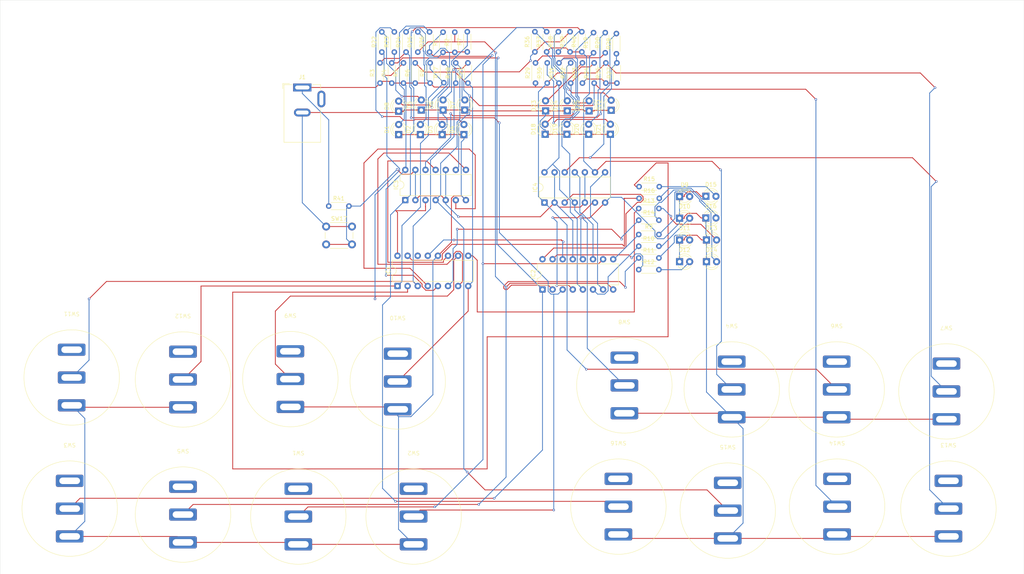
<source format=kicad_pcb>
(kicad_pcb (version 20241229) (generator "pcbnew") (generator_version "9.0")
  (layers (0 "F.Cu" signal) (2 "B.Cu" signal) (13 "F.Paste" user) (15 "B.Paste" user) (5 "F.SilkS" user "F.Silkscreen") (7 "B.SilkS" user "B.Silkscreen") (1 "F.Mask" user) (3 "B.Mask" user) (25 "Edge.Cuts" user))
  (net 0 "")
  (net 1 "Net-(D1-A)")
  (net 2 "GND")
  (net 3 "Net-(D2-A)")
  (net 4 "Net-(D3-A)")
  (net 5 "Net-(D4-A)")
  (net 6 "Net-(D5-A)")
  (net 7 "Net-(D6-A)")
  (net 8 "Net-(D7-A)")
  (net 9 "Net-(D8-A)")
  (net 10 "Net-(D9-A)")
  (net 11 "Net-(D10-A)")
  (net 12 "Net-(D11-A)")
  (net 13 "Net-(D12-A)")
  (net 14 "Net-(D13-A)")
  (net 15 "Net-(D14-A)")
  (net 16 "Net-(D15-A)")
  (net 17 "Net-(D16-A)")
  (net 18 "Net-(D18-A)")
  (net 19 "Net-(D19-A)")
  (net 20 "Net-(D20-A)")
  (net 21 "Net-(D21-A)")
  (net 22 "Net-(D22-A)")
  (net 23 "Net-(D23-A)")
  (net 24 "Net-(D24-A)")
  (net 25 "Net-(D25-A)")
  (net 26 "Net-(IC1-B3)")
  (net 27 "/A4")
  (net 28 "/VCC")
  (net 29 "Net-(IC1-B4)")
  (net 30 "/A7")
  (net 31 "Net-(IC1-B1)")
  (net 32 "/S7")
  (net 33 "/A5")
  (net 34 "Net-(IC1-B2)")
  (net 35 "/S4")
  (net 36 "Net-(IC1-C0)")
  (net 37 "/A6")
  (net 38 "/S6")
  (net 40 "/S5")
  (net 41 "/A2")
  (net 42 "/S2")
  (net 43 "/SUB")
  (net 44 "/A1")
  (net 45 "Net-(IC2-B4)")
  (net 46 "Net-(IC2-B1)")
  (net 47 "/S1")
  (net 48 "/S3")
  (net 49 "Net-(IC2-B2)")
  (net 50 "Net-(IC2-B3)")
  (net 51 "/S0")
  (net 52 "/A0")
  (net 53 "/A3")
  (net 54 "/B4")
  (net 55 "/B5")
  (net 56 "/B6")
  (net 57 "/B7")
  (net 58 "/B1")
  (net 59 "/B3")
  (net 60 "/B2")
  (net 61 "/B0")
  (footprint "LED_THT:LED_D3.0mm" (layer "F.Cu") (at 168.18 42.7375 90)
    (property "Reference" "D22")
    (property "Value" "LED")
  )
  (footprint "LED_THT:LED_D3.0mm" (layer "F.Cu") (at 151.58 48.78 90)
    (property "Reference" "D18")
    (property "Value" "LED")
  )
  (footprint "Resistor_THT:R_Axial_DIN0204_L3.6mm_D1.6mm_P5.08mm_Horizontal" (layer "F.Cu") (at 175.1975 61.95)
    (property "Reference" "R15")
    (property "Value" "1k")
  )
  (footprint "LED_THT:LED_D3.0mm" (layer "F.Cu") (at 162.52 48.78 90)
    (property "Reference" "D20")
    (property "Value" "LED")
  )
  (footprint "LED_THT:LED_D3.0mm" (layer "F.Cu") (at 162.62 42.89 90)
    (property "Reference" "D25")
    (property "Value" "LED")
  )
  (footprint "LED_THT:LED_D3.0mm" (layer "F.Cu") (at 157.15 42.89 90)
    (property "Reference" "D24")
    (property "Value" "LED")
  )
  (footprint "Connector_BarrelJack:BarrelJack_GCT_DCJ200-10-A_Horizontal" (layer "F.Cu") (at 90.5 37)
    (property "Reference" "J1")
    (property "Value" "Barrel_Jack")
  )
  (footprint "Resistor_THT:R_Axial_DIN0204_L3.6mm_D1.6mm_P5.08mm_Horizontal" (layer "F.Cu") (at 154.9 28.04 90)
    (property "Reference" "R38")
    (property "Value" "1k")
  )
  (footprint "Resistor_THT:R_Axial_DIN0204_L3.6mm_D1.6mm_P5.08mm_Horizontal" (layer "F.Cu") (at 113.65 28.08 90)
    (property "Reference" "R23")
    (property "Value" "1k")
  )
  (footprint "Resistor_THT:R_Axial_DIN0204_L3.6mm_D1.6mm_P5.08mm_Horizontal" (layer "F.Cu") (at 175.11 67.45)
    (property "Reference" "R13")
    (property "Value" "1k")
  )
  (footprint "LED_THT:LED_D3.0mm" (layer "F.Cu") (at 192.15 80.85)
    (property "Reference" "D14")
    (property "Value" "LED")
  )
  (footprint "Resistor_THT:R_Axial_DIN0204_L3.6mm_D1.6mm_P5.08mm_Horizontal" (layer "F.Cu") (at 125.9 28.15 90)
    (property "Reference" "R1")
    (property "Value" "1k")
  )
  (footprint "my footprtn:LED SWITCH3pin" (layer "F.Cu") (at 198.5 113 180)
    (property "Reference" "SW4")
    (property "Value" "SW_SPDT")
  )
  (footprint "Package_DIP:DIP-14_W7.62mm" (layer "F.Cu") (at 116.41 65.35 90)
    (property "Reference" "IC3")
    (property "Value" "7486")
  )
  (footprint "LED_THT:LED_D3.0mm" (layer "F.Cu") (at 151.68 42.89 90)
    (property "Reference" "D23")
    (property "Value" "LED")
  )
  (footprint "LED_THT:LED_D3.0mm" (layer "F.Cu") (at 185.38 80.85)
    (property "Reference" "D12")
    (property "Value" "LED")
  )
  (footprint "Resistor_THT:R_Axial_DIN0204_L3.6mm_D1.6mm_P5.08mm_Horizontal" (layer "F.Cu") (at 119.55 28.08 90)
    (property "Reference" "R25")
    (property "Value" "1k")
  )
  (footprint "Resistor_THT:R_Axial_DIN0204_L3.6mm_D1.6mm_P5.08mm_Horizontal" (layer "F.Cu") (at 157.85 28.04 90)
    (property "Reference" "R39")
    (property "Value" "1k")
  )
  (footprint "LED_THT:LED_D3.0mm" (layer "F.Cu") (at 125.68 48.85 90)
    (property "Reference" "D3")
    (property "Value" "LED")
  )
  (footprint "Resistor_THT:R_Axial_DIN0204_L3.6mm_D1.6mm_P5.08mm_Horizontal" (layer "F.Cu") (at 128.85 28.15 90)
    (property "Reference" "R2")
    (property "Value" "1k")
  )
  (footprint "my footprtn:LED SWITCH3pin" (layer "F.Cu") (at 224.9 113 180)
    (property "Reference" "SW6")
    (property "Value" "SW_SPDT")
  )
  (footprint "LED_THT:LED_D3.0mm" (layer "F.Cu") (at 120.21 48.85 90)
    (property "Reference" "D2")
    (property "Value" "LED")
  )
  (footprint "Resistor_THT:R_Axial_DIN0204_L3.6mm_D1.6mm_P5.08mm_Horizontal" (layer "F.Cu") (at 175.11 82.85)
    (property "Reference" "R12")
    (property "Value" "1k")
  )
  (footprint "my footprtn:LED SWITCH3pin" (layer "F.Cu") (at 252.5 113.5 180)
    (property "Reference" "SW7")
    (property "Value" "SW_SPDT")
  )
  (footprint "LED_THT:LED_D3.0mm" (layer "F.Cu") (at 192.15 75.38)
    (property "Reference" "D13")
    (property "Value" "LED")
  )
  (footprint "my footprtn:LED SWITCH3pin" (layer "F.Cu") (at 114.5 111 180)
    (property "Reference" "SW10")
    (property "Value" "SW_SPDT")
  )
  (footprint "Resistor_THT:R_Axial_DIN0204_L3.6mm_D1.6mm_P5.08mm_Horizontal" (layer "F.Cu") (at 110.5 28.08 90)
    (property "Reference" "R22")
    (property "Value" "1k")
  )
  (footprint "my footprtn:LED SWITCH3pin" (layer "F.Cu") (at 32 143 180)
    (property "Reference" "SW3")
    (property "Value" "SW_SPDT")
  )
  (footprint "Resistor_THT:R_Axial_DIN0204_L3.6mm_D1.6mm_P5.08mm_Horizontal" (layer "F.Cu") (at 116.6 28.08 90)
    (property "Reference" "R24")
    (property "Value" "1k")
  )
  (footprint "Resistor_THT:R_Axial_DIN0204_L3.6mm_D1.6mm_P5.08mm_Horizontal" (layer "F.Cu") (at 163.75 28.27 90)
    (property "Reference" "R19")
    (property "Value" "1k")
  )
  (footprint "Resistor_THT:R_Axial_DIN0204_L3.6mm_D1.6mm_P5.08mm_Horizontal" (layer "F.Cu") (at 132 28.04 90)
    (property "Reference" "R7")
    (property "Value" "1k")
  )
  (footprint "my footprtn:LED SWITCH3pin" (layer "F.Cu") (at 87.5 110.4 180)
    (property "Reference" "SW9")
    (property "Value" "SW_SPDT")
  )
  (footprint "my footprtn:LED SWITCH3pin" (layer "F.Cu") (at 170 142.5 180)
    (property "Reference" "SW16")
    (property "Value" "SW_SPDT")
  )
  (footprint "LED_THT:LED_D3.0mm" (layer "F.Cu") (at 157.05 48.78 90)
    (property "Reference" "D19")
    (property "Value" "LED")
  )
  (footprint "Resistor_THT:R_Axial_DIN0204_L3.6mm_D1.6mm_P5.08mm_Horizontal" (layer "F.Cu") (at 158 35.89 90)
    (property "Reference" "R32")
    (property "Value" "1k")
  )
  (footprint "LED_THT:LED_D3.0mm" (layer "F.Cu") (at 192 69.85)
    (property "Reference" "D16")
    (property "Value" "LED")
  )
  (footprint "Resistor_THT:R_Axial_DIN0204_L3.6mm_D1.6mm_P5.08mm_Horizontal" (layer "F.Cu") (at 166.7 28.27 90)
    (property "Reference" "R20")
    (property "Value" "1k")
  )
  (footprint "my footprtn:LED SWITCH3pin" (layer "F.Cu") (at 89.5 145 180)
    (property "Reference" "SW1")
    (property "Value" "SW_SPDT")
  )
  (footprint "my footprtn:LED SWITCH3pin" (layer "F.Cu") (at 197.5 143.5 180)
    (property "Reference" "SW15")
    (property "Value" "SW_SPDT")
  )
  (footprint "LED_THT:LED_D3.0mm" (layer "F.Cu") (at 114.74 48.85 90)
    (property "Reference" "D1")
    (property "Value" "LED")
  )
  (footprint "LED_THT:LED_D3.0mm" (layer "F.Cu") (at 185.38 64.44)
    (property "Reference" "D9")
    (property "Value" "LED")
  )
  (footprint "LED_THT:LED_D3.0mm" (layer "F.Cu") (at 131.15 48.85 90)
    (property "Reference" "D4")
    (property "Value" "LED")
  )
  (footprint "Button_Switch_THT:SW_PUSH_6mm" (layer "F.Cu") (at 96.5 72)
    (property "Reference" "SW17")
    (property "Value" "SW_Push")
  )
  (footprint "Resistor_THT:R_Axial_DIN0204_L3.6mm_D1.6mm_P5.08mm_Horizontal" (layer "F.Cu") (at 175.1975 64.9)
    (property "Reference" "R16")
    (property "Value" "1k")
  )
  (footprint "Package_DIP:DIP-16_W7.62mm" (layer "F.Cu") (at 150.91 87.85 90)
    (property "Reference" "IC2")
    (property "Value" "7483")
  )
  (footprint "Resistor_THT:R_Axial_DIN0204_L3.6mm_D1.6mm_P5.08mm_Horizontal" (layer "F.Cu") (at 149 28.04 90)
    (property "Reference" "R36")
    (property "Value" "1k")
  )
  (footprint "Resistor_THT:R_Axial_DIN0204_L3.6mm_D1.6mm_P5.08mm_Horizontal" (layer "F.Cu") (at 152.1 35.89 90)
    (property "Reference" "R30")
    (property "Value" "1k")
  )
  (footprint "Resistor_THT:R_Axial_DIN0204_L3.6mm_D1.6mm_P5.08mm_Horizontal" (layer "F.Cu") (at 160.95 35.89 90)
    (property "Reference" "R33")
    (property "Value" "1k")
  )
  (footprint "Resistor_THT:R_Axial_DIN0204_L3.6mm_D1.6mm_P5.08mm_Horizontal" (layer "F.Cu") (at 122.65 35.89 90)
    (property "Reference" "R8")
    (property "Value" "1k")
  )
  (footprint "Resistor_THT:R_Axial_DIN0204_L3.6mm_D1.6mm_P5.08mm_Horizontal" (layer "F.Cu") (at 155.05 35.89 90)
    (property "Reference" "R31")
    (property "Value" "1k")
  )
  (footprint "Resistor_THT:R_Axial_DIN0204_L3.6mm_D1.6mm_P5.08mm_Horizontal" (layer "F.Cu") (at 175.11 74)
    (property "Reference" "R9")
    (property "Value" "1k")
  )
  (footprint "LED_THT:LED_D3.0mm" (layer "F.Cu") (at 131.37 42.6725 90)
    (property "Reference" "D7")
    (property "Value" "LED")
  )
  (footprint "my footprtn:LED SWITCH3pin" (layer "F.Cu") (at 253 143 180)
    (property "Reference" "SW13")
    (property "Value" "SW_SPDT")
  )
  (footprint "Resistor_THT:R_Axial_DIN0204_L3.6mm_D1.6mm_P5.08mm_Horizontal" (layer "F.Cu") (at 118.9 35.89 90)
    (property "Reference" "R6")
    (property "Value" "1k")
  )
  (footprint "Resistor_THT:R_Axial_DIN0204_L3.6mm_D1.6mm_P5.08mm_Horizontal" (layer "F.Cu") (at 175.11 79.9)
    (property "Reference" "R11")
    (property "Value" "1k")
  )
  (footprint "Resistor_THT:R_Axial_DIN0204_L3.6mm_D1.6mm_P5.08mm_Horizontal" (layer "F.Cu") (at 122.5 28.08 90)
    (property "Reference" "R26")
    (property "Value" "1k")
  )
  (footprint "my footprtn:LED SWITCH3pin" (layer "F.Cu") (at 60.5 110.5 180)
    (property "Reference" "SW12")
    (property "Value" "SW_SPDT")
  )
  (footprint "LED_THT:LED_D3.0mm" (layer "F.Cu") (at 125.9 42.6725 90)
    (property "Reference" "D6")
    (property "Value" "LED")
  )
  (footprint "Resistor_THT:R_Axial_DIN0204_L3.6mm_D1.6mm_P5.08mm_Horizontal" (layer "F.Cu") (at 132.15 35.89 90)
    (property "Reference" "R21")
    (property "Value" "1k")
  )
  (footprint "Resistor_THT:R_Axial_DIN0204_L3.6mm_D1.6mm_P5.08mm_Horizontal" (layer "F.Cu") (at 129.1 35.89 90)
    (property "Reference" "R18")
    (property "Value" "1k")
  )
  (footprint "Resistor_THT:R_Axial_DIN0204_L3.6mm_D1.6mm_P5.08mm_Horizontal" (layer "F.Cu") (at 166.85 35.89 90)
    (property "Reference" "R35")
    (property "Value" "1k")
  )
  (footprint "my footprtn:LED SWITCH3pin" (layer "F.Cu") (at 32.5 110 180)
    (property "Reference" "SW11")
    (property "Value" "SW_SPDT")
  )
  (footprint "Resistor_THT:R_Axial_DIN0204_L3.6mm_D1.6mm_P5.08mm_Horizontal" (layer "F.Cu") (at 115.95 35.89 90)
    (property "Reference" "R5")
    (property "Value" "1k")
  )
  (footprint "Resistor_THT:R_Axial_DIN0204_L3.6mm_D1.6mm_P5.08mm_Horizontal" (layer "F.Cu") (at 110.05 35.89 90)
    (property "Reference" "R3")
    (property "Value" "1k")
  )
  (footprint "LED_THT:LED_D3.0mm" (layer "F.Cu") (at 185.38 69.91)
    (property "Reference" "D10")
    (property "Value" "LED")
  )
  (footprint "Resistor_THT:R_Axial_DIN0204_L3.6mm_D1.6mm_P5.08mm_Horizontal" (layer "F.Cu") (at 160.8 28.04 90)
    (property "Reference" "R40")
    (property "Value" "1k")
  )
  (footprint "my footprtn:LED SWITCH3pin" (layer "F.Cu") (at 118.5 145 180)
    (property "Reference" "SW2")
    (property "Value" "SW_SPDT")
  )
  (footprint "Resistor_THT:R_Axial_DIN0204_L3.6mm_D1.6mm_P5.08mm_Horizontal" (layer "F.Cu") (at 97.15 66.85)
    (property "Reference" "R41")
    (property "Value" "R")
  )
  (footprint "my footprtn:LED SWITCH3pin" (layer "F.Cu") (at 171.5 112 180)
    (property "Reference" "SW8")
    (property "Value" "SW_SPDT")
  )
  (footprint "Package_DIP:DIP-14_W7.62mm" (layer "F.Cu") (at 151.41 65.97 90)
    (property "Reference" "IC4")
    (property "Value" "7486")
  )
  (footprint "Resistor_THT:R_Axial_DIN0204_L3.6mm_D1.6mm_P5.08mm_Horizontal" (layer "F.Cu") (at 169.62 35.885 90)
    (property "Reference" "R27")
    (property "Value" "1k")
  )
  (footprint "Resistor_THT:R_Axial_DIN0204_L3.6mm_D1.6mm_P5.08mm_Horizontal" (layer "F.Cu") (at 151.95 28.04 90)
    (property "Reference" "R37")
    (property "Value" "1k")
  )
  (footprint "LED_THT:LED_D3.0mm" (layer "F.Cu") (at 114.74 42.96 90)
    (property "Reference" "D8")
    (property "Value" "LED")
  )
  (footprint "Resistor_THT:R_Axial_DIN0204_L3.6mm_D1.6mm_P5.08mm_Horizontal" (layer "F.Cu") (at 163.9 35.89 90)
    (property "Reference" "R34")
    (property "Value" "1k")
  )
  (footprint "LED_THT:LED_D3.0mm" (layer "F.Cu") (at 185.38 75.38)
    (property "Reference" "D11")
    (property "Value" "LED")
  )
  (footprint "my footprtn:LED SWITCH3pin" (layer "F.Cu") (at 60.5 144.5 180)
    (property "Reference" "SW5")
    (property "Value" "SW_SPDT")
  )
  (footprint "LED_THT:LED_D3.0mm" (layer "F.Cu") (at 120.43 42.6725 90)
    (property "Reference" "D5")
    (property "Value" "LED")
  )
  (footprint "Resistor_THT:R_Axial_DIN0204_L3.6mm_D1.6mm_P5.08mm_Horizontal" (layer "F.Cu") (at 175.11 76.95)
    (property "Reference" "R10")
    (property "Value" "1k")
  )
  (footprint "Package_DIP:DIP-16_W7.62mm" (layer "F.Cu") (at 114.45 86.97 90)
    (property "Reference" "IC1")
    (property "Value" "7483")
  )
  (footprint "Resistor_THT:R_Axial_DIN0204_L3.6mm_D1.6mm_P5.08mm_Horizontal" (layer "F.Cu") (at 149.15 35.89 90)
    (property "Reference" "R29")
    (property "Value" "1k")
  )
  (footprint "LED_THT:LED_D3.0mm" (layer "F.Cu") (at 167.99 48.78 90)
    (property "Reference" "D21")
    (property "Value" "LED")
  )
  (footprint "Resistor_THT:R_Axial_DIN0204_L3.6mm_D1.6mm_P5.08mm_Horizontal" (layer "F.Cu") (at 126.1 35.8 90)
    (property "Reference" "R17")
    (property "Value" "1k")
  )
  (footprint "Resistor_THT:R_Axial_DIN0204_L3.6mm_D1.6mm_P5.08mm_Horizontal" (layer "F.Cu") (at 169.5 28.5 90)
    (property "Reference" "R28")
    (property "Value" "1k")
  )
  (footprint "Resistor_THT:R_Axial_DIN0204_L3.6mm_D1.6mm_P5.08mm_Horizontal" (layer "F.Cu") (at 113 35.89 90)
    (property "Reference" "R4")
    (property "Value" "1k")
  )
  (footprint "LED_THT:LED_D3.0mm" (layer "F.Cu") (at 192 64.38)
    (property "Reference" "D15")
    (property "Value" "LED")
  )
  (footprint "Resistor_THT:R_Axial_DIN0204_L3.6mm_D1.6mm_P5.08mm_Horizontal" (layer "F.Cu") (at 175.11 70.4)
    (property "Reference" "R14")
    (property "Value" "1k")
  )
  (footprint "my footprtn:LED SWITCH3pin" (layer "F.Cu") (at 225 142.5 180)
    (property "Reference" "SW14")
    (property "Value" "SW_SPDT")
  )
  (gr_rect (start 14.5 15) (end 272 159.5) (stroke (width 0.05)) (fill no) (layer "Edge.Cuts"))
  (segment (start 114.9469 23.207) (end 116.5975 21.5564) (width 0.2) (layer "B.Cu") (net 1))
  (segment (start 114.9469 36.3035) (end 114.9469 23.207) (width 0.2) (layer "B.Cu") (net 1))
  (segment (start 121.0564 21.5564) (end 122.5 23) (width 0.2) (layer "B.Cu") (net 1))
  (segment (start 116.1615 44.8885) (end 116.1615 37.5181) (width 0.2) (layer "B.Cu") (net 1))
  (segment (start 114.74 46.31) (end 116.1615 44.8885) (width 0.2) (layer "B.Cu") (net 1))
  (segment (start 116.1615 37.5181) (end 114.9469 36.3035) (width 0.2) (layer "B.Cu") (net 1))
  (segment (start 116.5975 21.5564) (end 121.0564 21.5564) (width 0.2) (layer "B.Cu") (net 1))
  (segment (start 113.9 117.4) (end 87.5 117.4) (width 0.2) (layer "F.Cu") (net 2))
  (segment (start 114.74 42.96) (end 115.7865 42.96) (width 0.2) (layer "F.Cu") (net 2))
  (segment (start 162.62 42.89) (end 163.8217 42.89) (width 0.2) (layer "F.Cu") (net 2))
  (segment (start 151.68 42.89) (end 157.15 42.89) (width 0.2) (layer "F.Cu") (net 2))
  (segment (start 131.37 42.6725) (end 132.5717 42.6725) (width 0.2) (layer "F.Cu") (net 2))
  (segment (start 60.5 117.5) (end 33 117.5) (width 0.2) (layer "F.Cu") (net 2))
  (segment (start 116.2292 42.6725) (end 115.9417 42.96) (width 0.2) (layer "F.Cu") (net 2))
  (segment (start 252.5 120.5) (end 225.4 120.5) (width 0.2) (layer "F.Cu") (net 2))
  (segment (start 130.549 64.249) (end 131.65 65.35) (width 0.2) (layer "F.Cu") (net 2))
  (segment (start 90.5 43.3) (end 115.4465 43.3) (width 0.2) (layer "F.Cu") (net 2))
  (segment (start 189.7466 74.1783) (end 187.4078 74.1783) (width 0.2) (layer "F.Cu") (net 2))
  (segment (start 114.5 118) (end 113.9 117.4) (width 0.2) (layer "F.Cu") (net 2))
  (segment (start 192 64.38) (end 190.7983 64.38) (width 0.2) (layer "F.Cu") (net 2))
  (segment (start 125.68 48.85) (end 124.4783 48.85) (width 0.2) (layer "F.Cu") (net 2))
  (segment (start 187.4078 74.1783) (end 186.5817 75.0044) (width 0.2) (layer "F.Cu") (net 2))
  (segment (start 171.5 119) (end 197.5 119) (width 0.2) (layer "F.Cu") (net 2))
  (segment (start 253 150) (end 225.5 150) (width 0.2) (layer "F.Cu") (net 2))
  (segment (start 190.9483 75.38) (end 189.7466 74.1783) (width 0.2) (layer "F.Cu") (net 2))
  (segment (start 33 117.5) (end 32.5 117) (width 0.2) (layer "F.Cu") (net 2))
  (segment (start 171 150.5) (end 197.5 150.5) (width 0.2) (layer "F.Cu") (net 2))
  (segment (start 103 72) (end 96.5 72) (width 0.2) (layer "F.Cu") (net 2))
  (segment (start 186.5817 69.91) (end 186.5817 69.5345) (width 0.2) (layer "F.Cu") (net 2))
  (segment (start 186.5817 75.0044) (end 186.5817 75.38) (width 0.2) (layer "F.Cu") (net 2))
  (segment (start 120.43 42.6725) (end 119.2283 42.6725) (width 0.2) (layer "F.Cu") (net 2))
  (segment (start 225.5 150) (end 225 149.5) (width 0.2) (layer "F.Cu") (net 2))
  (segment (start 89.5 152) (end 118.5 152) (width 0.2) (layer "F.Cu") (net 2))
  (segment (start 197.5 150.5) (end 224 150.5) (width 0.2) (layer "F.Cu") (net 2))
  (segment (start 131.37 42.6725) (end 125.9 42.6725) (width 0.2) (layer "F.Cu") (net 2))
  (segment (start 185.38 69.91) (end 186.5817 69.91) (width 0.2) (layer "F.Cu") (net 2))
  (segment (start 115.7865 42.96) (end 115.9417 42.96) (width 0.2) (layer "F.Cu") (net 2))
  (segment (start 32 150) (end 59 150) (width 0.2) (layer "F.Cu") (net 2))
  (segment (start 186.5817 69.5345) (end 187.44 68.6762) (width 0.2) (layer "F.Cu") (net 2))
  (segment (start 160.5508 69.8444) (end 162.7756 69.8444) (width 0.2) (layer "F.Cu") (net 2))
  (segment (start 115.4465 43.3) (end 115.7865 42.96) (width 0.2) (layer "F.Cu") (net 2))
  (segment (start 114.74 48.85) (end 120.21 48.85) (width 0.2) (layer "F.Cu") (net 2))
  (segment (start 168.18 42.7375) (end 163.9742 42.7375) (width 0.2) (layer "F.Cu") (net 2))
  (segment (start 185.38 75.38) (end 186.5817 75.38) (width 0.2) (layer "F.Cu") (net 2))
  (segment (start 128.654 64.249) (end 130.549 64.249) (width 0.2) (layer "F.Cu") (net 2))
  (segment (start 189.6245 68.6762) (end 190.7983 69.85) (width 0.2) (layer "F.Cu") (net 2))
  (segment (start 185.38 64.44) (end 186.5817 64.44) (width 0.2) (layer "F.Cu") (net 2))
  (segment (start 128.009 64.8939) (end 128.654 64.249) (width 0.2) (layer "F.Cu") (net 2))
  (segment (start 60.5 151.5) (end 89 151.5) (width 0.2) (layer "F.Cu") (net 2))
  (segment (start 151.68 42.89) (end 132.7892 42.89) (width 0.2) (layer "F.Cu") (net 2))
  (segment (start 192.15 75.38) (end 190.9483 75.38) (width 0.2) (layer "F.Cu") (net 2))
  (segment (start 59 150) (end 60.5 151.5) (width 0.2) (layer "F.Cu") (net 2))
  (segment (start 157.466 42.574) (end 157.15 42.89) (width 0.2) (layer "F.Cu") (net 2))
  (segment (start 192 69.85) (end 190.7983 69.85) (width 0.2) (layer "F.Cu") (net 2))
  (segment (start 119.2283 42.6725) (end 116.2292 42.6725) (width 0.2) (layer "F.Cu") (net 2))
  (segment (start 161.4183 42.89) (end 161.1023 42.574) (width 0.2) (layer "F.Cu") (net 2))
  (segment (start 170 149.5) (end 171 150.5) (width 0.2) (layer "F.Cu") (net 2))
  (segment (start 151.58 48.78) (end 157.05 48.78) (width 0.2) (layer "F.Cu") (net 2))
  (segment (start 197.5 119) (end 198.5 120) (width 0.2) (layer "F.Cu") (net 2))
  (segment (start 189.6454 63.2271) (end 190.7983 64.38) (width 0.2) (layer "F.Cu") (net 2))
  (segment (start 167.99 48.78) (end 162.52 48.78) (width 0.2) (layer "F.Cu") (net 2))
  (segment (start 186.5817 64.0645) (end 187.4191 63.2271) (width 0.2) (layer "F.Cu") (net 2))
  (segment (start 186.5817 64.44) (end 186.5817 64.0645) (width 0.2) (layer "F.Cu") (net 2))
  (segment (start 224 150.5) (end 225 149.5) (width 0.2) (layer "F.Cu") (net 2))
  (segment (start 124.61 79.35) (end 128.009 75.951) (width 0.2) (layer "F.Cu") (net 2))
  (segment (start 198.5 120) (end 224.9 120) (width 0.2) (layer "F.Cu") (net 2))
  (segment (start 163.9742 42.7375) (end 163.8217 42.89) (width 0.2) (layer "F.Cu") (net 2))
  (segment (start 187.44 68.6762) (end 189.6245 68.6762) (width 0.2) (layer "F.Cu") (net 2))
  (segment (start 132.7892 42.89) (end 132.5717 42.6725) (width 0.2) (layer "F.Cu") (net 2))
  (segment (start 161.1023 42.574) (end 157.466 42.574) (width 0.2) (layer "F.Cu") (net 2))
  (segment (start 128.009 75.951) (end 128.009 64.8939) (width 0.2) (layer "F.Cu") (net 2))
  (segment (start 187.4191 63.2271) (end 189.6454 63.2271) (width 0.2) (layer "F.Cu") (net 2))
  (segment (start 120.43 42.6725) (end 125.9 42.6725) (width 0.2) (layer "F.Cu") (net 2))
  (segment (start 225.4 120.5) (end 224.9 120) (width 0.2) (layer "F.Cu") (net 2))
  (segment (start 162.7756 69.8444) (end 166.65 65.97) (width 0.2) (layer "F.Cu") (net 2))
  (segment (start 120.21 48.85) (end 124.4783 48.85) (width 0.2) (layer "F.Cu") (net 2))
  (segment (start 125.68 48.85) (end 131.15 48.85) (width 0.2) (layer "F.Cu") (net 2))
  (segment (start 89 151.5) (end 89.5 152) (width 0.2) (layer "F.Cu") (net 2))
  (segment (start 157.05 48.78) (end 162.52 48.78) (width 0.2) (layer "F.Cu") (net 2))
  (segment (start 162.62 42.89) (end 161.4183 42.89) (width 0.2) (layer "F.Cu") (net 2))
  (via (at 160.5508 69.8444) (size 0.6) (drill 0.3) (layers "F.Cu" "B.Cu") (net 2))
  (segment (start 123.34 114.3368) (end 123.34 80.62) (width 0.2) (layer "B.Cu") (net 2))
  (segment (start 181.4359 75.0558) (end 179.8172 75.0558) (width 0.2) (layer "B.Cu") (net 2))
  (segment (start 185.38 64.44) (end 185.38 69.91) (width 0.2) (layer "B.Cu") (net 2))
  (segment (start 192.15 113.65) (end 198.5 120) (width 0.2) (layer "B.Cu") (net 2))
  (segment (start 201.3595 122.8595) (end 198.5 120) (width 0.2) (layer "B.Cu") (net 2))
  (segment (start 185.38 75.38) (end 185.38 80.85) (width 0.2) (layer "B.Cu") (net 2))
  (segment (start 114.7075 148.2075) (end 114.7075 119.8564) (width 0.2) (layer "B.Cu") (net 2))
  (segment (start 126.8982 44.8724) (end 125.9 43.8742) (width 0.2) (layer "B.Cu") (net 2))
  (segment (start 160.5508 79.7108) (end 160.5508 69.8444) (width 0.2) (layer "B.Cu") (net 2))
  (segment (start 192.15 75.38) (end 192.15 74.1783) (width 0.2) (layer "B.Cu") (net 2))
  (segment (start 118.5 152) (end 114.7075 148.2075) (width 0.2) (layer "B.Cu") (net 2))
  (segment (start 179.1883 74.4269) (end 179.1883 73.0503) (width 0.2) (layer "B.Cu") (net 2))
  (segment (start 150.3389 46.7407) (end 150.3389 45.4328) (width 0.2) (layer "B.Cu") (net 2))
  (segment (start 123.34 80.62) (end 124.61 79.35) (width 0.2) (layer "B.Cu") (net 2))
  (segment (start 151.58 48.78) (end 151.58 47.5783) (width 0.2) (layer "B.Cu") (net 2))
  (segment (start 166.65 65.97) (end 167.99 64.63) (width 0.2) (layer "B.Cu") (net 2))
  (segment (start 96.5 72) (end 90.5 66) (width 0.2) (layer "B.Cu") (net 2))
  (segment (start 201.3595 146.6405) (end 201.3595 122.8595) (width 0.2) (layer "B.Cu") (net 2))
  (segment (start 151.68 42.89) (end 151.68 44.0917) (width 0.2) (layer "B.Cu") (net 2))
  (segment (start 192.15 75.38) (end 192.15 80.85) (width 0.2) (layer "B.Cu") (net 2))
  (segment (start 32.5 117) (end 35.7995 120.2995) (width 0.2) (layer "B.Cu") (net 2))
  (segment (start 35.7995 120.2995) (end 35.7995 146.2005) (width 0.2) (layer "B.Cu") (net 2))
  (segment (start 126.0555 47.6483) (end 126.8982 46.8056) (width 0.2) (layer "B.Cu") (net 2))
  (segment (start 130.4762 64.1762) (end 130.4762 50.7255) (width 0.2) (layer "B.Cu") (net 2))
  (segment (start 90.5 66) (end 90.5 43.3) (width 0.2) (layer "B.Cu") (net 2))
  (segment (start 151.1765 47.5783) (end 150.3389 46.7407) (width 0.2) (layer "B.Cu") (net 2))
  (segment (start 167.99 64.63) (end 167.99 48.78) (width 0.2) (layer "B.Cu") (net 2))
  (segment (start 126.8982 46.8056) (end 126.8982 44.8724) (width 0.2) (layer "B.Cu") (net 2))
  (segment (start 131.15 48.85) (end 131.15 50.0517) (width 0.2) (layer "B.Cu") (net 2))
  (segment (start 185.38 71.1117) (end 181.4359 75.0558) (width 0.2) (layer "B.Cu") (net 2))
  (segment (start 192 74.0283) (end 192 69.85) (width 0.2) (layer "B.Cu") (net 2))
  (segment (start 131.65 65.35) (end 130.4762 64.1762) (width 0.2) (layer "B.Cu") (net 2))
  (segment (start 125.68 47.6483) (end 126.0555 47.6483) (width 0.2) (layer "B.Cu") (net 2))
  (segment (start 151.58 47.5783) (end 151.1765 47.5783) (width 0.2) (layer "B.Cu") (net 2))
  (segment (start 114.7075 119.8564) (end 117.8204 119.8564) (width 0.2) (layer "B.Cu") (net 2))
  (segment (start 192.15 80.85) (end 192.15 113.65) (width 0.2) (layer "B.Cu") (net 2))
  (segment (start 161.07 80.23) (end 160.5508 79.7108) (width 0.2) (layer "B.Cu") (net 2))
  (segment (start 150.3389 45.4328) (end 151.68 44.0917) (width 0.2) (layer "B.Cu") (net 2))
  (segment (start 114.5 119.6489) (end 114.7075 119.8564) (width 0.2) (layer "B.Cu") (net 2))
  (segment (start 179.1883 73.0503) (end 170.768 64.63) (width 0.2) (layer "B.Cu") (net 2))
  (segment (start 125.68 48.85) (end 125.68 47.6483) (width 0.2) (layer "B.Cu") (net 2))
  (segment (start 179.8172 75.0558) (end 179.1883 74.4269) (width 0.2) (layer "B.Cu") (net 2))
  (segment (start 125.9 42.6725) (end 125.9 43.8742) (width 0.2) (layer "B.Cu") (net 2))
  (segment (start 185.38 69.91) (end 185.38 71.1117) (width 0.2) (layer "B.Cu") (net 2))
  (segment (start 130.4762 50.7255) (end 131.15 50.0517) (width 0.2) (layer "B.Cu") (net 2))
  (segment (start 192.15 74.1783) (end 192 74.0283) (width 0.2) (layer "B.Cu") (net 2))
  (segment (start 117.8204 119.8564) (end 123.34 114.3368) (width 0.2) (layer "B.Cu") (net 2))
  (segment (start 197.5 150.5) (end 201.3595 146.6405) (width 0.2) (layer "B.Cu") (net 2))
  (segment (start 35.7995 146.2005) (end 32 150) (width 0.2) (layer "B.Cu") (net 2))
  (segment (start 114.5 118) (end 114.5 119.6489) (width 0.2) (layer "B.Cu") (net 2))
  (segment (start 170.768 64.63) (end 167.99 64.63) (width 0.2) (layer "B.Cu") (net 2))
  (segment (start 121.2609 31.4659) (end 121.2609 36.5209) (width 0.2) (layer "B.Cu") (net 3))
  (segment (start 121.2609 36.5209) (end 121.6317 36.8917) (width 0.2) (layer "B.Cu") (net 3))
  (segment (start 121.6317 36.8917) (end 121.6317 44.8883) (width 0.2) (layer "B.Cu") (net 3))
  (segment (start 120.9283 27.7945) (end 121.0946 27.9608) (width 0.2) (layer "B.Cu") (net 3))
  (segment (start 121.0946 31.2996) (end 121.2609 31.4659) (width 0.2) (layer "B.Cu") (net 3))
  (segment (start 121.0946 27.9608) (end 121.0946 31.2996) (width 0.2) (layer "B.Cu") (net 3))
  (segment (start 120.9283 27.7945) (end 120.9283 24.3783) (width 0.2) (layer "B.Cu") (net 3))
  (segment (start 120.9283 24.3783) (end 119.55 23) (width 0.2) (layer "B.Cu") (net 3))
  (segment (start 121.6317 44.8883) (end 120.21 46.31) (width 0.2) (layer "B.Cu") (net 3))
  (segment (start 120.9283 27.7945) (end 121.0946 27.9608) (width 0.2) (layer "B.Cu") (net 3))
  (segment (start 121.0946 31.2996) (end 121.2609 31.4659) (width 0.2) (layer "B.Cu") (net 3))
  (segment (start 123.3683 29.0817) (end 125.318 27.132) (width 0.2) (layer "B.Cu") (net 4))
  (segment (start 125.318 27.132) (end 126.3229 27.132) (width 0.2) (layer "B.Cu") (net 4))
  (segment (start 119.9726 21.9872) (end 121.4973 23.5119) (width 0.2) (layer "B.Cu") (net 4))
  (segment (start 116.6 23) (end 117.6128 21.9872) (width 0.2) (layer "B.Cu") (net 4))
  (segment (start 126.3229 27.132) (end 127.5466 28.3557) (width 0.2) (layer "B.Cu") (net 4))
  (segment (start 127.5466 28.3557) (end 127.5466 36.6514) (width 0.2) (layer "B.Cu") (net 4))
  (segment (start 121.4973 23.5119) (end 121.4973 28.494) (width 0.2) (layer "B.Cu") (net 4))
  (segment (start 124.6614 45.2914) (end 125.68 46.31) (width 0.2) (layer "B.Cu") (net 4))
  (segment (start 124.6614 39.5366) (end 124.6614 45.2914) (width 0.2) (layer "B.Cu") (net 4))
  (segment (start 122.085 29.0817) (end 123.3683 29.0817) (width 0.2) (layer "B.Cu") (net 4))
  (segment (start 117.6128 21.9872) (end 119.9726 21.9872) (width 0.2) (layer "B.Cu") (net 4))
  (segment (start 127.5466 36.6514) (end 124.6614 39.5366) (width 0.2) (layer "B.Cu") (net 4))
  (segment (start 121.4973 28.494) (end 122.085 29.0817) (width 0.2) (layer "B.Cu") (net 4))
  (segment (start 115.9654 45.2348) (end 118.6532 45.2348) (width 0.2) (layer "F.Cu") (net 5))
  (segment (start 115.0458 44.3152) (end 115.9654 45.2348) (width 0.2) (layer "F.Cu") (net 5))
  (segment (start 110.6045 44.3152) (end 115.0458 44.3152) (width 0.2) (layer "F.Cu") (net 5))
  (segment (start 118.6532 45.2348) (end 118.8283 45.0597) (width 0.2) (layer "F.Cu") (net 5))
  (segment (start 129.8997 45.0597) (end 131.15 46.31) (width 0.2) (layer "F.Cu") (net 5))
  (segment (start 118.8283 45.0597) (end 129.8997 45.0597) (width 0.2) (layer "F.Cu") (net 5))
  (via (at 110.6045 44.3152) (size 0.6) (drill 0.3) (layers "F.Cu" "B.Cu") (net 5))
  (segment (start 109.0049 42.7156) (end 110.6045 44.3152) (width 0.2) (layer "B.Cu") (net 5))
  (segment (start 110.0796 21.9579) (end 109.0049 23.0326) (width 0.2) (layer "B.Cu") (net 5))
  (segment (start 109.0049 23.0326) (end 109.0049 42.7156) (width 0.2) (layer "B.Cu") (net 5))
  (segment (start 113.65 23) (end 112.6079 21.9579) (width 0.2) (layer "B.Cu") (net 5))
  (segment (start 112.6079 21.9579) (end 110.0796 21.9579) (width 0.2) (layer "B.Cu") (net 5))
  (segment (start 119.5166 39.2191) (end 115.5598 39.2191) (width 0.2) (layer "F.Cu") (net 6))
  (segment (start 120.43 40.1325) (end 119.5166 39.2191) (width 0.2) (layer "F.Cu") (net 6))
  (via (at 115.5598 39.2191) (size 0.6) (drill 0.3) (layers "F.Cu" "B.Cu") (net 6))
  (segment (start 111.6873 24.1873) (end 110.5 23) (width 0.2) (layer "B.Cu") (net 6))
  (segment (start 111.6873 30.9141) (end 111.6873 24.1873) (width 0.2) (layer "B.Cu") (net 6))
  (segment (start 115.5598 39.2191) (end 114.0017 37.661) (width 0.2) (layer "B.Cu") (net 6))
  (segment (start 114.0017 37.661) (end 114.0017 33.2285) (width 0.2) (layer "B.Cu") (net 6))
  (segment (start 114.0017 33.2285) (end 111.6873 30.9141) (width 0.2) (layer "B.Cu") (net 6))
  (segment (start 132.15 30.81) (end 130.7279 32.2321) (width 0.2) (layer "F.Cu") (net 7))
  (segment (start 128.8466 32.2321) (end 128.5647 32.514) (width 0.2) (layer "F.Cu") (net 7))
  (segment (start 130.7279 32.2321) (end 128.8466 32.2321) (width 0.2) (layer "F.Cu") (net 7))
  (via (at 128.5647 32.514) (size 0.6) (drill 0.3) (layers "F.Cu" "B.Cu") (net 7))
  (segment (start 128.5647 32.514) (end 128.0389 33.0398) (width 0.2) (layer "B.Cu") (net 7))
  (segment (start 128.0389 37.9936) (end 125.9 40.1325) (width 0.2) (layer "B.Cu") (net 7))
  (segment (start 128.0389 33.0398) (end 128.0389 37.9936) (width 0.2) (layer "B.Cu") (net 7))
  (segment (start 130.6719 32.3819) (end 130.6719 39.4344) (width 0.2) (layer "B.Cu") (net 8))
  (segment (start 129.1 30.81) (end 130.6719 32.3819) (width 0.2) (layer "B.Cu") (net 8))
  (segment (start 130.6719 39.4344) (end 131.37 40.1325) (width 0.2) (layer "B.Cu") (net 8))
  (segment (start 115.7225 41.4025) (end 114.74 40.42) (width 0.2) (layer "F.Cu") (net 9))
  (segment (start 122.4939 41.4025) (end 115.7225 41.4025) (width 0.2) (layer "F.Cu") (net 9))
  (segment (start 123.1156 42.0242) (end 122.4939 41.4025) (width 0.2) (layer "F.Cu") (net 9))
  (via (at 123.1156 42.0242) (size 0.6) (drill 0.3) (layers "F.Cu" "B.Cu") (net 9))
  (segment (start 127.1276 31.7476) (end 127.1276 36.1902) (width 0.2) (layer "B.Cu") (net 9))
  (segment (start 123.1156 40.2022) (end 123.1156 42.0242) (width 0.2) (layer "B.Cu") (net 9))
  (segment (start 127.1276 36.1902) (end 123.1156 40.2022) (width 0.2) (layer "B.Cu") (net 9))
  (segment (start 126.1 30.72) (end 127.1276 31.7476) (width 0.2) (layer "B.Cu") (net 9))
  (segment (start 186.7183 63.2383) (end 187.92 64.44) (width 0.2) (layer "B.Cu") (net 10))
  (segment (start 184.355 63.2383) (end 186.7183 63.2383) (width 0.2) (layer "B.Cu") (net 10))
  (segment (start 180.19 74) (end 184.1783 70.0117) (width 0.2) (layer "B.Cu") (net 10))
  (segment (start 184.1783 63.415) (end 184.355 63.2383) (width 0.2) (layer "B.Cu") (net 10))
  (segment (start 184.1783 70.0117) (end 184.1783 63.415) (width 0.2) (layer "B.Cu") (net 10))
  (segment (start 187.92 69.91) (end 180.88 76.95) (width 0.2) (layer "B.Cu") (net 11))
  (segment (start 180.88 76.95) (end 180.19 76.95) (width 0.2) (layer "B.Cu") (net 11))
  (segment (start 184.0564 74.4769) (end 184.355 74.1783) (width 0.2) (layer "B.Cu") (net 12))
  (segment (start 180.19 79.9) (end 184.0564 76.0336) (width 0.2) (layer "B.Cu") (net 12))
  (segment (start 184.355 74.1783) (end 186.7183 74.1783) (width 0.2) (layer "B.Cu") (net 12))
  (segment (start 184.0564 76.0336) (end 184.0564 74.4769) (width 0.2) (layer "B.Cu") (net 12))
  (segment (start 186.7183 74.1783) (end 187.92 75.38) (width 0.2) (layer "B.Cu") (net 12))
  (segment (start 185.92 82.85) (end 187.92 80.85) (width 0.2) (layer "B.Cu") (net 13))
  (segment (start 180.19 82.85) (end 185.92 82.85) (width 0.2) (layer "B.Cu") (net 13))
  (segment (start 190.7213 71.4113) (end 184.5917 71.4113) (width 0.2) (layer "F.Cu") (net 14))
  (segment (start 183.2096 70.0292) (end 183.2096 69.4009) (width 0.2) (layer "F.Cu") (net 14))
  (segment (start 184.5917 71.4113) (end 183.2096 70.0292) (width 0.2) (layer "F.Cu") (net 14))
  (segment (start 194.69 75.38) (end 190.7213 71.4113) (width 0.2) (layer "F.Cu") (net 14))
  (via (at 183.2096 69.4009) (size 0.6) (drill 0.3) (layers "F.Cu" "B.Cu") (net 14))
  (segment (start 181.2587 67.45) (end 180.19 67.45) (width 0.2) (layer "B.Cu") (net 14))
  (segment (start 183.2096 69.4009) (end 181.2587 67.45) (width 0.2) (layer "B.Cu") (net 14))
  (segment (start 180.2558 65.9175) (end 180.7976 65.9175) (width 0.2) (layer "B.Cu") (net 15))
  (segment (start 190.3966 65.5713) (end 193.2699 68.4446) (width 0.2) (layer "B.Cu") (net 15))
  (segment (start 180.7976 65.9175) (end 183.9087 62.8064) (width 0.2) (layer "B.Cu") (net 15))
  (segment (start 179.1883 66.985) (end 180.2558 65.9175) (width 0.2) (layer "B.Cu") (net 15))
  (segment (start 193.4883 72.9553) (end 193.4883 79.6483) (width 0.2) (layer "B.Cu") (net 15))
  (segment (start 183.9087 62.8064) (end 188.0928 62.8064) (width 0.2) (layer "B.Cu") (net 15))
  (segment (start 193.4883 79.6483) (end 194.69 80.85) (width 0.2) (layer "B.Cu") (net 15))
  (segment (start 188.0928 62.8064) (end 190.3966 65.1102) (width 0.2) (layer "B.Cu") (net 15))
  (segment (start 179.1883 69.3983) (end 179.1883 66.985) (width 0.2) (layer "B.Cu") (net 15))
  (segment (start 193.2699 68.4446) (end 193.2699 72.7369) (width 0.2) (layer "B.Cu") (net 15))
  (segment (start 193.2699 72.7369) (end 193.4883 72.9553) (width 0.2) (layer "B.Cu") (net 15))
  (segment (start 180.19 70.4) (end 179.1883 69.3983) (width 0.2) (layer "B.Cu") (net 15))
  (segment (start 190.3966 65.1102) (end 190.3966 65.5713) (width 0.2) (layer "B.Cu") (net 15))
  (segment (start 194.54 64.38) (end 192.1085 61.9485) (width 0.2) (layer "B.Cu") (net 16))
  (segment (start 180.279 61.9485) (end 180.2775 61.95) (width 0.2) (layer "B.Cu") (net 16))
  (segment (start 192.1085 61.9485) (end 180.279 61.9485) (width 0.2) (layer "B.Cu") (net 16))
  (segment (start 191.0942 65.5817) (end 194.54 69.0275) (width 0.2) (layer "B.Cu") (net 17))
  (segment (start 180.2775 64.9) (end 182.8271 62.3504) (width 0.2) (layer "B.Cu") (net 17))
  (segment (start 194.54 69.0275) (end 194.54 69.85) (width 0.2) (layer "B.Cu") (net 17))
  (segment (start 190.975 65.5817) (end 191.0942 65.5817) (width 0.2) (layer "B.Cu") (net 17))
  (segment (start 182.8271 62.3504) (end 188.2562 62.3504) (width 0.2) (layer "B.Cu") (net 17))
  (segment (start 188.2562 62.3504) (end 190.7983 64.8925) (width 0.2) (layer "B.Cu") (net 17))
  (segment (start 190.7983 65.405) (end 190.975 65.5817) (width 0.2) (layer "B.Cu") (net 17))
  (segment (start 190.7983 64.8925) (end 190.7983 65.405) (width 0.2) (layer "B.Cu") (net 17))
  (segment (start 164.6836 44.5065) (end 165.5568 43.6333) (width 0.2) (layer "F.Cu") (net 18))
  (segment (start 151.58 46.24) (end 153.3135 44.5065) (width 0.2) (layer "F.Cu") (net 18))
  (segment (start 153.3135 44.5065) (end 164.6836 44.5065) (width 0.2) (layer "F.Cu") (net 18))
  (via (at 165.5568 43.6333) (size 0.6) (drill 0.3) (layers "F.Cu" "B.Cu") (net 18))
  (segment (start 165.5568 38.5999) (end 167.8517 36.305) (width 0.2) (layer "B.Cu") (net 18))
  (segment (start 167.8517 36.305) (end 167.8517 25.0683) (width 0.2) (layer "B.Cu") (net 18))
  (segment (start 165.5568 43.6333) (end 165.5568 38.5999) (width 0.2) (layer "B.Cu") (net 18))
  (segment (start 167.8517 25.0683) (end 169.5 23.42) (width 0.2) (layer "B.Cu") (net 18))
  (segment (start 157.05 46.24) (end 160.1066 43.1834) (width 0.2) (layer "B.Cu") (net 19))
  (segment (start 160.1066 39.5036) (end 159.8712 39.2682) (width 0.2) (layer "B.Cu") (net 19))
  (segment (start 159.7049 29.8805) (end 159.4325 29.6081) (width 0.2) (layer "B.Cu") (net 19))
  (segment (start 159.2662 27.6738) (end 163.75 23.19) (width 0.2) (layer "B.Cu") (net 19))
  (segment (start 159.4325 29.6081) (end 159.2662 29.4418) (width 0.2) (layer "B.Cu") (net 19))
  (segment (start 160.1066 43.1834) (end 160.1066 39.5036) (width 0.2) (layer "B.Cu") (net 19))
  (segment (start 159.8712 39.2682) (end 159.7049 39.1019) (width 0.2) (layer "B.Cu") (net 19))
  (segment (start 159.2662 29.4418) (end 159.2662 27.6738) (width 0.2) (layer "B.Cu") (net 19))
  (segment (start 159.4325 29.6081) (end 159.2662 29.4418) (width 0.2) (layer "B.Cu") (net 19))
  (segment (start 159.8712 39.2682) (end 159.7049 39.1019) (width 0.2) (layer "B.Cu") (net 19))
  (segment (start 159.7049 39.1019) (end 159.7049 29.8805) (width 0.2) (layer "B.Cu") (net 19))
  (segment (start 165.3569 37.2224) (end 165.3569 24.5331) (width 0.2) (layer "B.Cu") (net 20))
  (segment (start 164.9002 37.6791) (end 165.3569 37.2224) (width 0.2) (layer "B.Cu") (net 20))
  (segment (start 162.52 46.24) (end 164.9002 43.8598) (width 0.2) (layer "B.Cu") (net 20))
  (segment (start 165.3569 24.5331) (end 166.7 23.19) (width 0.2) (layer "B.Cu") (net 20))
  (segment (start 164.9002 43.8598) (end 164.9002 37.6791) (width 0.2) (layer "B.Cu") (net 20))
  (segment (start 154.5851 45.0371) (end 166.7871 45.0371) (width 0.2) (layer "F.Cu") (net 21))
  (segment (start 166.7871 45.0371) (end 167.99 46.24) (width 0.2) (layer "F.Cu") (net 21))
  (segment (start 153.715 45.9072) (end 154.5851 45.0371) (width 0.2) (layer "F.Cu") (net 21))
  (via (at 153.715 45.9072) (size 0.6) (drill 0.3) (layers "F.Cu" "B.Cu") (net 21))
  (segment (start 152.1 33.8149) (end 152.1 30.81) (width 0.2) (layer "B.Cu") (net 21))
  (segment (start 153.715 45.9072) (end 153.715 35.4299) (width 0.2) (layer "B.Cu") (net 21))
  (segment (start 153.715 35.4299) (end 152.1 33.8149) (width 0.2) (layer "B.Cu") (net 21))
  (segment (start 158.3893 38.331) (end 157.4956 37.4373) (width 0.2) (layer "F.Cu") (net 22))
  (segment (start 168.18 40.1975) (end 166.3135 38.331) (width 0.2) (layer "F.Cu") (net 22))
  (segment (start 166.3135 38.331) (end 158.3893 38.331) (width 0.2) (layer "F.Cu") (net 22))
  (via (at 157.4956 37.4373) (size 0.6) (drill 0.3) (layers "F.Cu" "B.Cu") (net 22))
  (segment (start 156.9911 31.8189) (end 158 30.81) (width 0.2) (layer "B.Cu") (net 22))
  (segment (start 156.9911 36.7248) (end 156.9911 31.8189) (width 0.2) (layer "B.Cu") (net 22))
  (segment (start 157.4956 37.2293) (end 156.9911 36.7248) (width 0.2) (layer "B.Cu") (net 22))
  (segment (start 157.4956 37.4373) (end 157.4956 37.2293) (width 0.2) (layer "B.Cu") (net 22))
  (segment (start 162.8983 31.8117) (end 160.6305 31.8117) (width 0.2) (layer "F.Cu") (net 23))
  (segment (start 163.9 30.81) (end 162.8983 31.8117) (width 0.2) (layer "F.Cu") (net 23))
  (segment (start 160.6305 31.8117) (end 152.0922 40.35) (width 0.2) (layer "F.Cu") (net 23))
  (segment (start 152.0922 40.35) (end 151.68 40.35) (width 0.2) (layer "F.Cu") (net 23))
  (segment (start 156.4922 39.6922) (end 157.15 40.35) (width 0.2) (layer "B.Cu") (net 24))
  (segment (start 156.1877 37.1617) (end 156.4231 37.3971) (width 0.2) (layer "B.Cu") (net 24))
  (segment (start 153.6465 29.7509) (end 153.6465 31.4978) (width 0.2) (layer "B.Cu") (net 24))
  (segment (start 153.5476 29.084) (end 153.4299 29.2017) (width 0.2) (layer "B.Cu") (net 24))
  (segment (start 153.4299 29.2017) (end 153.4299 29.5343) (width 0.2) (layer "B.Cu") (net 24))
  (segment (start 153.4501 28.9866) (end 153.5476 29.084) (width 0.2) (layer "B.Cu") (net 24))
  (segment (start 153.6465 31.4978) (end 156.1571 34.0084) (width 0.2) (layer "B.Cu") (net 24))
  (segment (start 149 22.96) (end 153.4501 27.4101) (width 0.2) (layer "B.Cu") (net 24))
  (segment (start 153.4501 28.9866) (end 153.5476 29.084) (width 0.2) (layer "B.Cu") (net 24))
  (segment (start 153.4501 27.4101) (end 153.4501 28.9866) (width 0.2) (layer "B.Cu") (net 24))
  (segment (start 153.4299 29.5343) (end 153.6465 29.7509) (width 0.2) (layer "B.Cu") (net 24))
  (segment (start 156.4922 37.4662) (end 156.4922 39.6922) (width 0.2) (layer "B.Cu") (net 24))
  (segment (start 156.1877 34.0391) (end 156.1877 37.1617) (width 0.2) (layer "B.Cu") (net 24))
  (segment (start 156.4231 37.3971) (end 156.4922 37.4662) (width 0.2) (layer "B.Cu") (net 24))
  (segment (start 156.1571 34.0085) (end 156.1877 34.0391) (width 0.2) (layer "B.Cu") (net 24))
  (segment (start 156.4231 37.3971) (end 156.4922 37.4662) (width 0.2) (layer "B.Cu") (net 24))
  (segment (start 156.1571 34.0084) (end 156.1571 34.0085) (width 0.2) (layer "B.Cu") (net 24))
  (segment (start 162.0823 40.8877) (end 162.62 40.35) (width 0.2) (layer "F.Cu") (net 25))
  (segment (start 158.7015 40.8877) (end 162.0823 40.8877) (width 0.2) (layer "F.Cu") (net 25))
  (via (at 158.7015 40.8877) (size 0.6) (drill 0.3) (layers "F.Cu" "B.Cu") (net 25))
  (segment (start 153.973 29.2266) (end 153.8729 29.3267) (width 0.2) (layer "B.Cu") (net 25))
  (segment (start 156.8939 38.2288) (end 158.7015 40.0364) (width 0.2) (layer "B.Cu") (net 25))
  (segment (start 156.5894 36.9847) (end 156.8939 37.2892) (width 0.2) (layer "B.Cu") (net 25))
  (segment (start 153.8729 29.3267) (end 153.8729 29.4093) (width 0.2) (layer "B.Cu") (net 25))
  (segment (start 154.0482 31.2333) (end 156.5894 33.7745) (width 0.2) (layer "B.Cu") (net 25))
  (segment (start 158.7015 40.0364) (end 158.7015 40.8877) (width 0.2) (layer "B.Cu") (net 25))
  (segment (start 156.8939 37.2892) (end 156.8939 38.2288) (width 0.2) (layer "B.Cu") (net 25))
  (segment (start 154.9 22.96) (end 153.8751 23.9849) (width 0.2) (layer "B.Cu") (net 25))
  (segment (start 153.973 28.5296) (end 153.973 29.2266) (width 0.2) (layer "B.Cu") (net 25))
  (segment (start 156.5894 33.7745) (end 156.5894 36.9847) (width 0.2) (layer "B.Cu") (net 25))
  (segment (start 153.8751 28.4317) (end 153.973 28.5296) (width 0.2) (layer "B.Cu") (net 25))
  (segment (start 154.0482 29.5846) (end 154.0482 31.2333) (width 0.2) (layer "B.Cu") (net 25))
  (segment (start 153.8751 23.9849) (end 153.8751 28.4317) (width 0.2) (layer "B.Cu") (net 25))
  (segment (start 153.8729 29.4093) (end 154.0482 29.5846) (width 0.2) (layer "B.Cu") (net 25))
  (segment (start 129 67.5) (end 129.11 67.39) (width 0.2) (layer "F.Cu") (net 26))
  (segment (start 109.5 52.5) (end 132.5 52.5) (width 0.2) (layer "F.Cu") (net 26))
  (segment (start 132.5 52.5) (end 134 54) (width 0.2) (layer "F.Cu") (net 26))
  (segment (start 134 67.5) (end 129 67.5) (width 0.2) (layer "F.Cu") (net 26))
  (segment (start 134 54) (end 134 67.5) (width 0.2) (layer "F.Cu") (net 26))
  (segment (start 117.6 82.5) (end 106 82.5) (width 0.2) (layer "F.Cu") (net 26))
  (segment (start 122.07 86.97) (end 117.6 82.5) (width 0.2) (layer "F.Cu") (net 26))
  (segment (start 106 56) (end 109.5 52.5) (width 0.2) (layer "F.Cu") (net 26))
  (segment (start 106 82.5) (end 106 56) (width 0.2) (layer "F.Cu") (net 26))
  (segment (start 129.11 67.39) (end 129.11 65.35) (width 0.2) (layer "F.Cu") (net 26))
  (segment (start 128.589 87.911) (end 127 89.5) (width 0.2) (layer "F.Cu") (net 27))
  (segment (start 115.95 30.81) (end 112.7803 33.9797) (width 0.2) (layer "F.Cu") (net 27))
  (segment (start 83.724 106.624) (end 87.5 110.4) (width 0.2) (layer "F.Cu") (net 27))
  (segment (start 127 89.5) (end 109.0384 89.5) (width 0.2) (layer "F.Cu") (net 27))
  (segment (start 83.724 93.276) (end 83.724 106.624) (width 0.2) (layer "F.Cu") (net 27))
  (segment (start 109.0384 89.5) (end 87.5 89.5) (width 0.2) (layer "F.Cu") (net 27))
  (segment (start 108.7929 89.7455) (end 108.7929 90.2021) (width 0.2) (layer "F.Cu") (net 27))
  (segment (start 129.69 79.35) (end 128.589 80.451) (width 0.2) (layer "F.Cu") (net 27))
  (segment (start 87.5 89.5) (end 83.724 93.276) (width 0.2) (layer "F.Cu") (net 27))
  (segment (start 112.7803 33.9797) (end 111.0517 33.9797) (width 0.2) (layer "F.Cu") (net 27))
  (segment (start 128.589 80.451) (end 128.589 87.911) (width 0.2) (layer "F.Cu") (net 27))
  (segment (start 109.0384 89.5) (end 108.7929 89.7455) (width 0.2) (layer "F.Cu") (net 27))
  (via (at 111.0517 33.9797) (size 0.6) (drill 0.3) (layers "F.Cu" "B.Cu") (net 27))
  (via (at 108.7929 90.2021) (size 0.6) (drill 0.3) (layers "F.Cu" "B.Cu") (net 27))
  (segment (start 108.7929 90.2021) (end 108.7929 64.0362) (width 0.2) (layer "B.Cu") (net 27))
  (segment (start 111.7632 34.6912) (end 111.0517 33.9797) (width 0.2) (layer "B.Cu") (net 27))
  (segment (start 114.9876 57.8415) (end 114.9876 57.4057) (width 0.2) (layer "B.Cu") (net 27))
  (segment (start 108.7929 64.0362) (end 114.9876 57.8415) (width 0.2) (layer "B.Cu") (net 27))
  (segment (start 111.7632 54.1813) (end 111.7632 34.6912) (width 0.2) (layer "B.Cu") (net 27))
  (segment (start 111.0517 33.9797) (end 111.0517 28.6317) (width 0.2) (layer "B.Cu") (net 27))
  (segment (start 111.0517 28.6317) (end 110.5 28.08) (width 0.2) (layer "B.Cu") (net 27))
  (segment (start 114.9876 57.4057) (end 111.7632 54.1813) (width 0.2) (layer "B.Cu") (net 27))
  (segment (start 110.4973 35.4427) (end 112.5527 35.4427) (width 0.2) (layer "F.Cu") (net 28))
  (segment (start 115.95 35.89) (end 113 35.89) (width 0.2) (layer "F.Cu") (net 28))
  (segment (start 120.6317 87.105) (end 120.6317 86.4809) (width 0.2) (layer "F.Cu") (net 28))
  (segment (start 155.05 35.89) (end 154.0391 36.9009) (width 0.2) (layer "F.Cu") (net 28))
  (segment (start 157.85 28.04) (end 156.8482 27.0382) (width 0.2) (layer "F.Cu") (net 28))
  (segment (start 120.6317 86.4809) (end 118.4229 84.2721) (width 0.2) (layer "F.Cu") (net 28))
  (segment (start 108.94 37) (end 110.05 35.89) (width 0.2) (layer "F.Cu") (net 28))
  (segment (start 110.05 35.89) (end 110.4973 35.4427) (width 0.2) (layer "F.Cu") (net 28))
  (segment (start 169.62 35.885) (end 169.615 35.89) (width 0.2) (layer "F.Cu") (net 28))
  (segment (start 118.4229 84.2721) (end 111.5849 84.2721) (width 0.2) (layer "F.Cu") (net 28))
  (segment (start 165.8452 34.8852) (end 161.9548 34.8852) (width 0.2) (layer "F.Cu") (net 28))
  (segment (start 122.65 35.89) (end 118.9 35.89) (width 0.2) (layer "F.Cu") (net 28))
  (segment (start 166.85 35.89) (end 165.8452 34.8852) (width 0.2) (layer "F.Cu") (net 28))
  (segment (start 128.85 28.15) (end 125.9 28.15) (width 0.2) (layer "F.Cu") (net 28))
  (segment (start 123.5046 88.0754) (end 121.6021 88.0754) (width 0.2) (layer "F.Cu") (net 28))
  (segment (start 90.5 37) (end 108.94 37) (width 0.2) (layer "F.Cu") (net 28))
  (segment (start 152.9518 27.0382) (end 151.95 28.04) (width 0.2) (layer "F.Cu") (net 28))
  (segment (start 122.65 35.89) (end 123.6609 36.9009) (width 0.2) (layer "F.Cu") (net 28))
  (segment (start 128.96 28.04) (end 128.85 28.15) (width 0.2) (layer "F.Cu") (net 28))
  (segment (start 161.9548 34.8852) (end 160.95 35.89) (width 0.2) (layer "F.Cu") (net 28))
  (segment (start 123.6609 36.9009) (end 149.15 36.9009) (width 0.2) (layer "F.Cu") (net 28))
  (segment (start 156.8482 27.0382) (end 152.9518 27.0382) (width 0.2) (layer "F.Cu") (net 28))
  (segment (start 112.5527 35.4427) (end 113 35.89) (width 0.2) (layer "F.Cu") (net 28))
  (segment (start 121.6021 88.0754) (end 120.6317 87.105) (width 0.2) (layer "F.Cu") (net 28))
  (segment (start 132 28.04) (end 128.96 28.04) (width 0.2) (layer "F.Cu") (net 28))
  (segment (start 160.8 28.04) (end 157.85 28.04) (width 0.2) (layer "F.Cu") (net 28))
  (segment (start 124.61 86.97) (end 123.5046 88.0754) (width 0.2) (layer "F.Cu") (net 28))
  (segment (start 169.615 35.89) (end 166.85 35.89) (width 0.2) (layer "F.Cu") (net 28))
  (segment (start 149.15 36.9009) (end 149.15 35.89) (width 0.2) (layer "F.Cu") (net 28))
  (segment (start 118.9 35.89) (end 115.95 35.89) (width 0.2) (layer "F.Cu") (net 28))
  (segment (start 154.0391 36.9009) (end 149.15 36.9009) (width 0.2) (layer "F.Cu") (net 28))
  (via (at 111.5849 84.2721) (size 0.6) (drill 0.3) (layers "F.Cu" "B.Cu") (net 28))
  (segment (start 153.4626 56.2974) (end 155.05 54.71) (width 0.2) (layer "B.Cu") (net 28))
  (segment (start 116.41 57.73) (end 116.5632 57.5768) (width 0.2) (layer "B.Cu") (net 28))
  (segment (start 153.4802 32.2259) (end 153.575 32.3207) (width 0.2) (layer "B.Cu") (net 28))
  (segment (start 125.9 28.15) (end 124.53 29.52) (width 0.2) (layer "B.Cu") (net 28))
  (segment (start 153.4802 32.2259) (end 153.575 32.3207) (width 0.2) (layer "B.Cu") (net 28))
  (segment (start 161.07 87.85) (end 159.6488 86.4288) (width 0.2) (layer "B.Cu") (net 28))
  (segment (start 121.5961 31.1727) (end 121.8139 31.3905) (width 0.2) (layer "B.Cu") (net 28))
  (segment (start 122.4664 29.52) (end 121.5961 30.3903) (width 0.2) (layer "B.Cu") (net 28))
  (segment (start 153.575 34.415) (end 155.05 35.89) (width 0.2) (layer "B.Cu") (net 28))
  (segment (start 90.5 38.5) (end 90.5 37) (width 0.2) (layer "B.Cu") (net 28))
  (segment (start 155.22 62.7298) (end 155.22 58.0548) (width 0.2) (layer "B.Cu") (net 28))
  (segment (start 161.9876 29.2276) (end 161.9876 34.8524) (width 0.2) (layer "B.Cu") (net 28))
  (segment (start 151.95 28.6224) (end 153.2448 29.9172) (width 0.2) (layer "B.Cu") (net 28))
  (segment (start 116.5632 36.5032) (end 115.95 35.89) (width 0.2) (layer "B.Cu") (net 28))
  (segment (start 121.8139 35.0539) (end 122.65 35.89) (width 0.2) (layer "B.Cu") (net 28))
  (segment (start 155.22 58.0548) (end 153.4626 56.2974) (width 0.2) (layer "B.Cu") (net 28))
  (segment (start 155.05 54.71) (end 155.05 35.89) (width 0.2) (layer "B.Cu") (net 28))
  (segment (start 124.53 29.52) (end 122.4664 29.52) (width 0.2) (layer "B.Cu") (net 28))
  (segment (start 121.8139 31.3905) (end 121.8139 35.0539) (width 0.2) (layer "B.Cu") (net 28))
  (segment (start 151.41 58.35) (end 153.4626 56.2974) (width 0.2) (layer "B.Cu") (net 28))
  (segment (start 159.6488 70.1183) (end 157.9016 68.3711) (width 0.2) (layer "B.Cu") (net 28))
  (segment (start 116.5632 57.5768) (end 116.5632 36.5032) (width 0.2) (layer "B.Cu") (net 28))
  (segment (start 153.2448 29.9172) (end 153.2448 31.9905) (width 0.2) (layer "B.Cu") (net 28))
  (segment (start 97.15 66.85) (end 97.15 45.15) (width 0.2) (layer "B.Cu") (net 28))
  (segment (start 159.6488 86.4288) (end 159.6488 70.1183) (width 0.2) (layer "B.Cu") (net 28))
  (segment (start 157.9016 68.3711) (end 157.9016 65.4114) (width 0.2) (layer "B.Cu") (net 28))
  (segment (start 97.15 45.15) (end 90.5 38.5) (width 0.2) (layer "B.Cu") (net 28))
  (segment (start 153.2448 31.9905) (end 153.4802 32.2259) (width 0.2) (layer "B.Cu") (net 28))
  (segment (start 157.9016 65.4114) (end 155.22 62.7298) (width 0.2) (layer "B.Cu") (net 28))
  (segment (start 111.5849 62.5551) (end 116.41 57.73) (width 0.2) (layer "B.Cu") (net 28))
  (segment (start 160.8 28.04) (end 161.9876 29.2276) (width 0.2) (layer "B.Cu") (net 28))
  (segment (start 153.575 32.3207) (end 153.575 34.415) (width 0.2) (layer "B.Cu") (net 28))
  (segment (start 161.9876 34.8524) (end 160.95 35.89) (width 0.2) (layer "B.Cu") (net 28))
  (segment (start 121.5961 30.3903) (end 121.5961 31.1727) (width 0.2) (layer "B.Cu") (net 28))
  (segment (start 111.5849 84.2721) (end 111.5849 62.5551) (width 0.2) (layer "B.Cu") (net 28))
  (segment (start 151.95 28.04) (end 151.95 28.6224) (width 0.2) (layer "B.Cu") (net 28))
  (segment (start 121.5 67) (end 121.49 66.99) (width 0.2) (layer "F.Cu") (net 29))
  (segment (start 114.45 68.45) (end 114 68) (width 0.2) (layer "F.Cu") (net 29))
  (segment (start 121.5 68) (end 121.5 67) (width 0.2) (layer "F.Cu") (net 29))
  (segment (start 114 68) (end 121.5 68) (width 0.2) (layer "F.Cu") (net 29))
  (segment (start 121.49 66.99) (end 121.49 65.35) (width 0.2) (layer "F.Cu") (net 29))
  (segment (start 114.45 79.35) (end 114.45 68.45) (width 0.2) (layer "F.Cu") (net 29))
  (segment (start 65.03 105.97) (end 60.5 110.5) (width 0.2) (layer "F.Cu") (net 30))
  (segment (start 114.45 86.97) (end 65.03 86.97) (width 0.2) (layer "F.Cu") (net 30))
  (segment (start 65.03 86.97) (end 65.03 105.97) (width 0.2) (layer "F.Cu") (net 30))
  (segment (start 115.5576 85.8624) (end 115.5576 71.755) (width 0.2) (layer "B.Cu") (net 30))
  (segment (start 122.2087 49.078) (end 122.2087 39.6913) (width 0.2) (layer "B.Cu") (net 30))
  (segment (start 115.5576 71.755) (end 120.22 67.0926) (width 0.2) (layer "B.Cu") (net 30))
  (segment (start 120.22 51.0667) (end 122.2087 49.078) (width 0.2) (layer "B.Cu") (net 30))
  (segment (start 122.65 32.35) (end 122.65 30.81) (width 0.2) (layer "B.Cu") (net 30))
  (segment (start 122.2087 39.6913) (end 126.1 35.8) (width 0.2) (layer "B.Cu") (net 30))
  (segment (start 114.45 86.97) (end 115.5576 85.8624) (width 0.2) (layer "B.Cu") (net 30))
  (segment (start 126.1 35.8) (end 122.65 32.35) (width 0.2) (layer "B.Cu") (net 30))
  (segment (start 120.22 67.0926) (end 120.22 51.0667) (width 0.2) (layer "B.Cu") (net 30))
  (segment (start 112 55.5) (end 112 81) (width 0.2) (layer "F.Cu") (net 31))
  (segment (start 126 81) (end 126 80.5) (width 0.2) (layer "F.Cu") (net 31))
  (segment (start 126 80.5) (end 127.15 79.35) (width 0.2) (layer "F.Cu") (net 31))
  (segment (start 112 81) (end 126 81) (width 0.2) (layer "F.Cu") (net 31))
  (segment (start 124.03 57.73) (end 121.8 55.5) (width 0.2) (layer "F.Cu") (net 31))
  (segment (start 121.8 55.5) (end 112 55.5) (width 0.2) (layer "F.Cu") (net 31))
  (segment (start 118.14 80.5) (end 116.99 79.35) (width 0.2) (layer "F.Cu") (net 32))
  (segment (start 125.5 80.5) (end 118.14 80.5) (width 0.2) (layer "F.Cu") (net 32))
  (segment (start 175.198 64.9) (end 175.1975 64.9) (width 0.2) (layer "F.Cu") (net 32))
  (segment (start 125.711 78.8939) (end 125.711 80.2219) (width 0.2) (layer "F.Cu") (net 32))
  (segment (start 125.5 80.4329) (end 125.5 80.5) (width 0.2) (layer "F.Cu") (net 32))
  (segment (start 175.1975 64.9) (end 171.4 64.9) (width 0.2) (layer "F.Cu") (net 32))
  (segment (start 125.711 80.2219) (end 125.5 80.4329) (width 0.2) (layer "F.Cu") (net 32))
  (segment (start 171.5 77) (end 171 76.5) (width 0.2) (layer "F.Cu") (net 32))
  (segment (start 171.4 64.9) (end 171.5 65) (width 0.2) (layer "F.Cu") (net 32))
  (segment (start 171 76.5) (end 128.105 76.5) (width 0.2) (layer "F.Cu") (net 32))
  (segment (start 171.5 65) (end 171.5 77) (width 0.2) (layer "F.Cu") (net 32))
  (segment (start 128.105 76.5) (end 125.711 78.8939) (width 0.2) (layer "F.Cu") (net 32))
  (segment (start 118.9 30.81) (end 121.2057 33.1157) (width 0.2) (layer "F.Cu") (net 33))
  (segment (start 132.23 93.27) (end 114.5 111) (width 0.2) (layer "F.Cu") (net 33))
  (segment (start 131.729 35.89) (end 132.15 35.89) (width 0.2) (layer "F.Cu") (net 33))
  (segment (start 128.9547 33.1157) (end 131.729 35.89) (width 0.2) (layer "F.Cu") (net 33))
  (segment (start 121.2057 33.1157) (end 128.9547 33.1157) (width 0.2) (layer "F.Cu") (net 33))
  (segment (start 132.23 86.97) (end 132.23 93.27) (width 0.2) (layer "F.Cu") (net 33))
  (segment (start 132.23 86.97) (end 133.3349 85.8651) (width 0.2) (layer "B.Cu") (net 33))
  (segment (start 133.3349 37.0749) (end 132.15 35.89) (width 0.2) (layer "B.Cu") (net 33))
  (segment (start 133.3349 85.8651) (end 133.3349 37.0749) (width 0.2) (layer "B.Cu") (net 33))
  (segment (start 128.589 79.8061) (end 126.895 81.5) (width 0.2) (layer "F.Cu") (net 34))
  (segment (start 130.791 85.869) (end 130.791 78.8939) (width 0.2) (layer "F.Cu") (net 34))
  (segment (start 109.5 81.5) (end 109.5 55) (width 0.2) (layer "F.Cu") (net 34))
  (segment (start 130.146 78.249) (end 129.234 78.249) (width 0.2) (layer "F.Cu") (net 34))
  (segment (start 111 53.5) (end 127.42 53.5) (width 0.2) (layer "F.Cu") (net 34))
  (segment (start 129.69 86.97) (end 130.791 85.869) (width 0.2) (layer "F.Cu") (net 34))
  (segment (start 127.42 53.5) (end 131.65 57.73) (width 0.2) (layer "F.Cu") (net 34))
  (segment (start 130.791 78.8939) (end 130.146 78.249) (width 0.2) (layer "F.Cu") (net 34))
  (segment (start 126.895 81.5) (end 109.5 81.5) (width 0.2) (layer "F.Cu") (net 34))
  (segment (start 129.234 78.249) (end 128.589 78.8939) (width 0.2) (layer "F.Cu") (net 34))
  (segment (start 109.5 55) (end 111 53.5) (width 0.2) (layer "F.Cu") (net 34))
  (segment (start 128.589 78.8939) (end 128.589 79.8061) (width 0.2) (layer "F.Cu") (net 34))
  (segment (start 134.5 80.5) (end 133.35 79.35) (width 0.2) (layer "F.Cu") (net 35))
  (segment (start 133.35 79.35) (end 132.23 79.35) (width 0.2) (layer "F.Cu") (net 35))
  (segment (start 174 68.56) (end 174 93.5) (width 0.2) (layer "F.Cu") (net 35))
  (segment (start 134.5 93.5) (end 134.5 80.5) (width 0.2) (layer "F.Cu") (net 35))
  (segment (start 174 93.5) (end 134.5 93.5) (width 0.2) (layer "F.Cu") (net 35))
  (segment (start 175.11 67.45) (end 174 68.56) (width 0.2) (layer "F.Cu") (net 35))
  (segment (start 155.6585 75.3815) (end 156.117 75.84) (width 0.2) (layer "F.Cu") (net 36))
  (segment (start 155.6585 75.3815) (end 156.117 75.84) (width 0.2) (layer "F.Cu") (net 36))
  (segment (start 155.657 75.38) (end 155.6585 75.3815) (width 0.2) (layer "F.Cu") (net 36))
  (segment (start 156.117 75.84) (end 155.6585 75.3815) (width 0.2) (layer "F.Cu") (net 36))
  (segment (start 128.6404 75.38) (end 155.657 75.38) (width 0.2) (layer "F.Cu") (net 36))
  (via (at 156.117 75.84) (size 0.6) (drill 0.3) (layers "F.Cu" "B.Cu") (net 36))
  (via (at 128.6404 75.38) (size 0.6) (drill 0.3) (layers "F.Cu" "B.Cu") (net 36))
  (segment (start 126.04 75.38) (end 128.6404 75.38) (width 0.2) (layer "B.Cu") (net 36))
  (segment (start 156.117 75.84) (end 155.99 75.967) (width 0.2) (layer "B.Cu") (net 36))
  (segment (start 122.07 79.35) (end 126.04 75.38) (width 0.2) (layer "B.Cu") (net 36))
  (segment (start 155.99 75.967) (end 155.99 80.23) (width 0.2) (layer "B.Cu") (net 36))
  (segment (start 118.3849 85.8249) (end 119.53 86.97) (width 0.2) (layer "F.Cu") (net 37))
  (segment (start 36.8745 90.2021) (end 41.2517 85.8249) (width 0.2) (layer "F.Cu") (net 37))
  (segment (start 41.2517 85.8249) (end 118.3849 85.8249) (width 0.2) (layer "F.Cu") (net 37))
  (via (at 36.8745 90.2021) (size 0.6) (drill 0.3) (layers "F.Cu" "B.Cu") (net 37))
  (segment (start 128.6688 49.3587) (end 128.6688 36.3212) (width 0.2) (layer "B.Cu") (net 37))
  (segment (start 122.76 67.5142) (end 122.76 55.2675) (width 0.2) (layer "B.Cu") (net 37))
  (segment (start 129.1664 32.7632) (end 129.1664 32.2648) (width 0.2) (layer "B.Cu") (net 37))
  (segment (start 128.7173 31.9123) (end 128.0676 31.2626) (width 0.2) (layer "B.Cu") (net 37))
  (segment (start 128.8139 31.9123) (end 128.7173 31.9123) (width 0.2) (layer "B.Cu") (net 37))
  (segment (start 129.1 32.8296) (end 129.1664 32.7632) (width 0.2) (layer "B.Cu") (net 37))
  (segment (start 132 26.4788) (end 132 22.96) (width 0.2) (layer "B.Cu") (net 37))
  (segment (start 128.0676 30.4112) (end 132 26.4788) (width 0.2) (layer "B.Cu") (net 37))
  (segment (start 119.53 86.97) (end 118.3917 85.8317) (width 0.2) (layer "B.Cu") (net 37))
  (segment (start 122.76 55.2675) (end 128.6688 49.3587) (width 0.2) (layer "B.Cu") (net 37))
  (segment (start 129.1 35.89) (end 129.1 32.8296) (width 0.2) (layer "B.Cu") (net 37))
  (segment (start 128.0676 31.2626) (end 128.0676 30.4112) (width 0.2) (layer "B.Cu") (net 37))
  (segment (start 118.3917 85.8317) (end 118.3917 71.8825) (width 0.2) (layer "B.Cu") (net 37))
  (segment (start 36.8745 105.6255) (end 36.8745 90.2021) (width 0.2) (layer "B.Cu") (net 37))
  (segment (start 118.3917 71.8825) (end 122.76 67.5142) (width 0.2) (layer "B.Cu") (net 37))
  (segment (start 128.6688 36.3212) (end 129.1 35.89) (width 0.2) (layer "B.Cu") (net 37))
  (segment (start 129.1664 32.2648) (end 128.8139 31.9123) (width 0.2) (layer "B.Cu") (net 37))
  (segment (start 32.5 110) (end 36.8745 105.6255) (width 0.2) (layer "B.Cu") (net 37))
  (segment (start 174.45 61.95) (end 175.1975 61.95) (width 0.2) (layer "F.Cu") (net 38))
  (segment (start 175.1975 61.95) (end 175.198 61.95) (width 0.2) (layer "F.Cu") (net 38))
  (segment (start 137 99.75) (end 182.5 99.75) (width 0.2) (layer "F.Cu") (net 38))
  (segment (start 73 88.5) (end 73 133) (width 0.2) (layer "F.Cu") (net 38))
  (segment (start 73 133) (end 137 133) (width 0.2) (layer "F.Cu") (net 38))
  (segment (start 182.5 56) (end 179.5 56) (width 0.2) (layer "F.Cu") (net 38))
  (segment (start 179.5 56) (end 174 61.5) (width 0.2) (layer "F.Cu") (net 38))
  (segment (start 137 133) (end 137 99.75) (width 0.2) (layer "F.Cu") (net 38))
  (segment (start 116.99 88.49) (end 117 88.5) (width 0.2) (layer "F.Cu") (net 38))
  (segment (start 182.5 99.75) (end 182.5 56) (width 0.2) (layer "F.Cu") (net 38))
  (segment (start 116.99 86.97) (end 116.99 88.49) (width 0.2) (layer "F.Cu") (net 38))
  (segment (start 174 61.5) (end 174.45 61.95) (width 0.2) (layer "F.Cu") (net 38))
  (segment (start 117 88.5) (end 73 88.5) (width 0.2) (layer "F.Cu") (net 38))
  (segment (start 168.2987 72.6671) (end 129.459 72.6671) (width 0.2) (layer "F.Cu") (net 40))
  (segment (start 170.8116 75.18) (end 168.2987 72.6671) (width 0.2) (layer "F.Cu") (net 40))
  (via (at 129.459 72.6671) (size 0.6) (drill 0.3) (layers "F.Cu" "B.Cu") (net 40))
  (via (at 170.8116 75.18) (size 0.6) (drill 0.3) (layers "F.Cu" "B.Cu") (net 40))
  (segment (start 128.42 77.5484) (end 128.42 85.7) (width 0.2) (layer "B.Cu") (net 40))
  (segment (start 129.459 72.6671) (end 129.459 76.5094) (width 0.2) (layer "B.Cu") (net 40))
  (segment (start 129.459 76.5094) (end 128.42 77.5484) (width 0.2) (layer "B.Cu") (net 40))
  (segment (start 128.42 85.7) (end 127.15 86.97) (width 0.2) (layer "B.Cu") (net 40))
  (segment (start 175.11 70.4) (end 170.8116 74.6984) (width 0.2) (layer "B.Cu") (net 40))
  (segment (start 170.8116 74.6984) (end 170.8116 75.18) (width 0.2) (layer "B.Cu") (net 40))
  (segment (start 140.0649 45.9056) (end 138.7687 44.6094) (width 0.2) (layer "F.Cu") (net 41))
  (segment (start 120.1421 143.3579) (end 153.7419 143.3579) (width 0.2) (layer "F.Cu") (net 41))
  (segment (start 115.0007 29.6793) (end 116.6 28.08) (width 0.2) (layer "F.Cu") (net 41))
  (segment (start 118.5 145) (end 120.1421 143.3579) (width 0.2) (layer "F.Cu") (net 41))
  (segment (start 110.05 30.81) (end 111.1807 29.6793) (width 0.2) (layer "F.Cu") (net 41))
  (segment (start 138.7687 44.6094) (end 117.8955 44.6094) (width 0.2) (layer "F.Cu") (net 41))
  (segment (start 111.1807 29.6793) (end 115.0007 29.6793) (width 0.2) (layer "F.Cu") (net 41))
  (via (at 117.8955 44.6094) (size 0.6) (drill 0.3) (layers "F.Cu" "B.Cu") (net 41))
  (via (at 153.7419 143.3579) (size 0.6) (drill 0.3) (layers "F.Cu" "B.Cu") (net 41))
  (via (at 140.0649 45.9056) (size 0.6) (drill 0.3) (layers "F.Cu" "B.Cu") (net 41))
  (segment (start 116.6 28.08) (end 117.4938 28.9738) (width 0.2) (layer "B.Cu") (net 41))
  (segment (start 154.835 89.005) (end 153.7419 89.005) (width 0.2) (layer "B.Cu") (net 41))
  (segment (start 117.4938 28.9738) (end 117.4938 36.8565) (width 0.2) (layer "B.Cu") (net 41))
  (segment (start 153.7419 143.3579) (end 153.7419 89.005) (width 0.2) (layer "B.Cu") (net 41))
  (segment (start 152.3418 85.7897) (end 140.0649 73.5128) (width 0.2) (layer "B.Cu") (net 41))
  (segment (start 117.7292 37.0919) (end 117.8955 37.2582) (width 0.2) (layer "B.Cu") (net 41))
  (segment (start 117.7292 37.0919) (end 117.8955 37.2582) (width 0.2) (layer "B.Cu") (net 41))
  (segment (start 117.4938 36.8565) (end 117.7292 37.0919) (width 0.2) (layer "B.Cu") (net 41))
  (segment (start 155.99 87.85) (end 154.835 89.005) (width 0.2) (layer "B.Cu") (net 41))
  (segment (start 140.0649 73.5128) (end 140.0649 45.9056) (width 0.2) (layer "B.Cu") (net 41))
  (segment (start 152.3418 88.3017) (end 152.3418 85.7897) (width 0.2) (layer "B.Cu") (net 41))
  (segment (start 153.0451 89.005) (end 152.3418 88.3017) (width 0.2) (layer "B.Cu") (net 41))
  (segment (start 153.7419 89.005) (end 153.0451 89.005) (width 0.2) (layer "B.Cu") (net 41))
  (segment (start 117.8955 37.2582) (end 117.8955 44.6094) (width 0.2) (layer "B.Cu") (net 41))
  (segment (start 171.7976 87.3251) (end 170.3163 85.8438) (width 0.2) (layer "F.Cu") (net 42))
  (segment (start 143.111 86.7444) (end 152.3444 86.7444) (width 0.2) (layer "F.Cu") (net 42))
  (segment (start 141.1538 87.4981) (end 141.5064 87.8507) (width 0.2) (layer "F.Cu") (net 42))
  (segment (start 142.3099 85.8438) (end 141.1538 86.9999) (width 0.2) (layer "F.Cu") (net 42))
  (segment (start 141.1538 86.9999) (end 141.1538 87.4981) (width 0.2) (layer "F.Cu") (net 42))
  (segment (start 152.3444 86.7444) (end 153.45 87.85) (width 0.2) (layer "F.Cu") (net 42))
  (segment (start 142.0047 87.8507) (end 143.111 86.7444) (width 0.2) (layer "F.Cu") (net 42))
  (segment (start 141.5064 87.8507) (end 142.0047 87.8507) (width 0.2) (layer "F.Cu") (net 42))
  (segment (start 170.3163 85.8438) (end 142.3099 85.8438) (width 0.2) (layer "F.Cu") (net 42))
  (via (at 171.7976 87.3251) (size 0.6) (drill 0.3) (layers "F.Cu" "B.Cu") (net 42))
  (segment (start 171.7215 87.249) (end 171.7976 87.3251) (width 0.2) (layer "B.Cu") (net 42))
  (segment (start 171.7215 87.249) (end 171.7215 83.2885) (width 0.2) (layer "B.Cu") (net 42))
  (segment (start 171.7215 83.2885) (end 175.11 79.9) (width 0.2) (layer "B.Cu") (net 42))
  (segment (start 115.5626 58.8317) (end 114.3482 57.6173) (width 0.2) (layer "F.Cu") (net 43))
  (segment (start 155.088 67.108) (end 160.432 67.108) (width 0.2) (layer "F.Cu") (net 43))
  (segment (start 118.95 65.35) (end 120.0617 64.2383) (width 0.2) (layer "F.Cu") (net 43))
  (segment (start 153.95 65.97) (end 155.088 67.108) (width 0.2) (layer "F.Cu") (net 43))
  (segment (start 129.7691 69.5304) (end 150.3896 69.5304) (width 0.2) (layer "F.Cu") (net 43))
  (segment (start 117.8483 58.8317) (end 115.5626 58.8317) (width 0.2) (layer "F.Cu") (net 43))
  (segment (start 120.0617 64.2383) (end 125.4583 64.2383) (width 0.2) (layer "F.Cu") (net 43))
  (segment (start 150.3896 69.5304) (end 153.95 65.97) (width 0.2) (layer "F.Cu") (net 43))
  (segment (start 125.4583 64.2383) (end 126.57 65.35) (width 0.2) (layer "F.Cu") (net 43))
  (segment (start 103 76.5) (end 96.5 76.5) (width 0.2) (layer "F.Cu") (net 43))
  (segment (start 160.432 67.108) (end 161.57 65.97) (width 0.2) (layer "F.Cu") (net 43))
  (segment (start 118.95 57.73) (end 117.8483 58.8317) (width 0.2) (layer "F.Cu") (net 43))
  (via (at 129.7691 69.5304) (size 0.6) (drill 0.3) (layers "F.Cu" "B.Cu") (net 43))
  (via (at 114.3482 57.6173) (size 0.6) (drill 0.3) (layers "F.Cu" "B.Cu") (net 43))
  (segment (start 101.6364 67.4436) (end 102.23 66.85) (width 0.2) (layer "B.Cu") (net 43))
  (segment (start 126.57 65.35) (end 126.57 66.3313) (width 0.2) (layer "B.Cu") (net 43))
  (segment (start 161.57 58.35) (end 161.57 65.97) (width 0.2) (layer "B.Cu") (net 43))
  (segment (start 103 76.5) (end 101.6364 75.1364) (width 0.2) (layer "B.Cu") (net 43))
  (segment (start 126.57 57.73) (end 126.57 65.35) (width 0.2) (layer "B.Cu") (net 43))
  (segment (start 105.1155 66.85) (end 114.3482 57.6173) (width 0.2) (layer "B.Cu") (net 43))
  (segment (start 126.57 66.3313) (end 129.7691 69.5304) (width 0.2) (layer "B.Cu") (net 43))
  (segment (start 102.23 66.85) (end 105.1155 66.85) (width 0.2) (layer "B.Cu") (net 43))
  (segment (start 153.95 58.35) (end 153.95 65.97) (width 0.2) (layer "B.Cu") (net 43))
  (segment (start 118.95 65.35) (end 118.95 57.73) (width 0.2) (layer "B.Cu") (net 43))
  (segment (start 101.6364 75.1364) (end 101.6364 67.4436) (width 0.2) (layer "B.Cu") (net 43))
  (segment (start 158.53 70.55) (end 158.53 80.23) (width 0.2) (layer "B.Cu") (net 43))
  (segment (start 153.95 65.97) (end 158.53 70.55) (width 0.2) (layer "B.Cu") (net 43))
  (segment (start 136.3903 25.5) (end 139.1879 28.2976) (width 0.2) (layer "F.Cu") (net 44))
  (segment (start 168.69 87.85) (end 167.1363 86.2963) (width 0.2) (layer "F.Cu") (net 44))
  (segment (start 167.1363 86.2963) (end 142.7082 86.2963) (width 0.2) (layer "F.Cu") (net 44))
  (segment (start 122.13 25.5) (end 128.85 25.5) (width 0.2) (layer "F.Cu") (net 44))
  (segment (start 63.057 141.943) (end 134.8854 141.943) (width 0.2) (layer "F.Cu") (net 44))
  (segment (start 119.55 28.08) (end 122.13 25.5) (width 0.2) (layer "F.Cu") (net 44))
  (segment (start 142.7082 86.2963) (end 141.7555 87.249) (width 0.2) (layer "F.Cu") (net 44))
  (segment (start 128.85 23.07) (end 128.85 25.5) (width 0.2) (layer "F.Cu") (net 44))
  (segment (start 128.85 25.5) (end 136.3903 25.5) (width 0.2) (layer "F.Cu") (net 44))
  (segment (start 60.5 144.5) (end 63.057 141.943) (width 0.2) (layer "F.Cu") (net 44))
  (via (at 134.8854 141.943) (size 0.6) (drill 0.3) (layers "F.Cu" "B.Cu") (net 44))
  (via (at 141.7555 87.249) (size 0.6) (drill 0.3) (layers "F.Cu" "B.Cu") (net 44))
  (via (at 139.1879 28.2976) (size 0.6) (drill 0.3) (layers "F.Cu" "B.Cu") (net 44))
  (segment (start 141.7555 135.0729) (end 141.7555 87.249) (width 0.2) (layer "B.Cu") (net 44))
  (segment (start 139.0615 84.555) (end 141.7555 87.249) (width 0.2) (layer "B.Cu") (net 44))
  (segment (start 134.8854 141.943) (end 141.7555 135.0729) (width 0.2) (layer "B.Cu") (net 44))
  (segment (start 139.0615 28.424) (end 139.0615 84.555) (width 0.2) (layer "B.Cu") (net 44))
  (segment (start 139.1879 28.2976) (end 139.0615 28.424) (width 0.2) (layer "B.Cu") (net 44))
  (segment (start 158.561 63.899) (end 156.49 65.97) (width 0.2) (layer "F.Cu") (net 45))
  (segment (start 176.198 64.4854) (end 175.612 63.899) (width 0.2) (layer "F.Cu") (net 45))
  (segment (start 174.783 65.901) (end 175.612 65.901) (width 0.2) (layer "F.Cu") (net 45))
  (segment (start 176.198 65.3146) (end 176.198 64.4854) (width 0.2) (layer "F.Cu") (net 45))
  (segment (start 175.612 65.901) (end 176.198 65.3146) (width 0.2) (layer "F.Cu") (net 45))
  (segment (start 171.901 68.7829) (end 174.783 65.901) (width 0.2) (layer "F.Cu") (net 45))
  (segment (start 175.612 63.899) (end 158.561 63.899) (width 0.2) (layer "F.Cu") (net 45))
  (segment (start 171.901 77.1661) (end 171.901 68.7829) (width 0.2) (layer "F.Cu") (net 45))
  (segment (start 171.666 77.401) (end 171.901 77.1661) (width 0.2) (layer "F.Cu") (net 45))
  (segment (start 150.91 80.23) (end 153.739 77.401) (width 0.2) (layer "F.Cu") (net 45))
  (segment (start 153.739 77.401) (end 171.666 77.401) (width 0.2) (layer "F.Cu") (net 45))
  (segment (start 163.61 71.4847) (end 160.7578 68.6325) (width 0.2) (layer "B.Cu") (net 46))
  (segment (start 163.61 80.23) (end 163.61 71.4847) (width 0.2) (layer "B.Cu") (net 46))
  (segment (start 160.4663 68.6325) (end 160.3 68.4662) (width 0.2) (layer "B.Cu") (net 46))
  (segment (start 160.3 68.4662) (end 160.3 59.62) (width 0.2) (layer "B.Cu") (net 46))
  (segment (start 160.4663 68.6325) (end 160.3 68.4662) (width 0.2) (layer "B.Cu") (net 46))
  (segment (start 160.7578 68.6325) (end 160.4663 68.6325) (width 0.2) (layer "B.Cu") (net 46))
  (segment (start 160.3 59.62) (end 159.03 58.35) (width 0.2) (layer "B.Cu") (net 46))
  (segment (start 167.42 84.64) (end 167.42 88.1434) (width 0.2) (layer "B.Cu") (net 47))
  (segment (start 166.5587 89.0047) (end 164.7647 89.0047) (width 0.2) (layer "B.Cu") (net 47))
  (segment (start 164.7647 89.0047) (end 163.61 87.85) (width 0.2) (layer "B.Cu") (net 47))
  (segment (start 167.42 88.1434) (end 166.5587 89.0047) (width 0.2) (layer "B.Cu") (net 47))
  (segment (start 175.11 76.95) (end 167.42 84.64) (width 0.2) (layer "B.Cu") (net 47))
  (segment (start 154.5521 79.1279) (end 172.6154 79.1279) (width 0.2) (layer "F.Cu") (net 48))
  (segment (start 153.45 80.23) (end 154.5521 79.1279) (width 0.2) (layer "F.Cu") (net 48))
  (segment (start 172.6154 79.1279) (end 173.3677 79.8802) (width 0.2) (layer "F.Cu") (net 48))
  (via (at 173.3677 79.8802) (size 0.6) (drill 0.3) (layers "F.Cu" "B.Cu") (net 48))
  (segment (start 175.5218 78.8838) (end 174.3641 78.8838) (width 0.2) (layer "B.Cu") (net 48))
  (segment (start 175.11 82.85) (end 176.1117 81.8483) (width 0.2) (layer "B.Cu") (net 48))
  (segment (start 174.3641 78.8838) (end 173.3677 79.8802) (width 0.2) (layer "B.Cu") (net 48))
  (segment (start 176.1117 79.4737) (end 175.5218 78.8838) (width 0.2) (layer "B.Cu") (net 48))
  (segment (start 176.1117 81.8483) (end 176.1117 79.4737) (width 0.2) (layer "B.Cu") (net 48))
  (segment (start 162.9872 69.4205) (end 162.9872 62.0128) (width 0.2) (layer "B.Cu") (net 49))
  (segment (start 162.9872 62.0128) (end 166.65 58.35) (width 0.2) (layer "B.Cu") (net 49))
  (segment (start 164.755 71.1883) (end 162.9872 69.4205) (width 0.2) (layer "B.Cu") (net 49))
  (segment (start 166.15 87.85) (end 164.755 86.455) (width 0.2) (layer "B.Cu") (net 49))
  (segment (start 164.755 86.455) (end 164.755 71.1883) (width 0.2) (layer "B.Cu") (net 49))
  (segment (start 164.11 65.97) (end 163.5744 65.97) (width 0.2) (layer "F.Cu") (net 50))
  (segment (start 154.6949 86.7483) (end 154.5443 86.8989) (width 0.2) (layer "F.Cu") (net 50))
  (segment (start 157.4283 86.7483) (end 154.6949 86.7483) (width 0.2) (layer "F.Cu") (net 50))
  (segment (start 159.7781 69.7663) (end 159.7781 69.7664) (width 0.2) (layer "F.Cu") (net 50))
  (segment (start 158.53 87.85) (end 157.4283 86.7483) (width 0.2) (layer "F.Cu") (net 50))
  (segment (start 163.5744 65.97) (end 159.7781 69.7663) (width 0.2) (layer "F.Cu") (net 50))
  (segment (start 159.7781 69.7664) (end 153.5059 69.7664) (width 0.2) (layer "F.Cu") (net 50))
  (via (at 154.5443 86.8989) (size 0.6) (drill 0.3) (layers "F.Cu" "B.Cu") (net 50))
  (via (at 153.5059 69.7664) (size 0.6) (drill 0.3) (layers "F.Cu" "B.Cu") (net 50))
  (segment (start 154.5785 70.839) (end 153.5059 69.7664) (width 0.2) (layer "B.Cu") (net 50))
  (segment (start 154.5785 86.8647) (end 154.5785 70.839) (width 0.2) (layer "B.Cu") (net 50))
  (segment (start 154.5443 86.8989) (end 154.5785 86.8647) (width 0.2) (layer "B.Cu") (net 50))
  (segment (start 175.11 74) (end 168.88 80.23) (width 0.2) (layer "B.Cu") (net 51))
  (segment (start 168.88 80.23) (end 168.69 80.23) (width 0.2) (layer "B.Cu") (net 51))
  (segment (start 165.0372 81.3428) (end 166.15 80.23) (width 0.2) (layer "F.Cu") (net 52))
  (segment (start 91.9304 142.5696) (end 123.7759 142.5696) (width 0.2) (layer "F.Cu") (net 52))
  (segment (start 135.9303 81.3428) (end 165.0372 81.3428) (width 0.2) (layer "F.Cu") (net 52))
  (segment (start 122.5 28.08) (end 123.5717 29.1517) (width 0.2) (layer "F.Cu") (net 52))
  (segment (start 138.0213 29.1517) (end 138.2471 28.9259) (width 0.2) (layer "F.Cu") (net 52))
  (segment (start 89.5 145) (end 91.9304 142.5696) (width 0.2) (layer "F.Cu") (net 52))
  (segment (start 123.5717 29.1517) (end 138.0213 29.1517) (width 0.2) (layer "F.Cu") (net 52))
  (via (at 123.7759 142.5696) (size 0.6) (drill 0.3) (layers "F.Cu" "B.Cu") (net 52))
  (via (at 138.2471 28.9259) (size 0.6) (drill 0.3) (layers "F.Cu" "B.Cu") (net 52))
  (via (at 135.9303 81.3428) (size 0.6) (drill 0.3) (layers "F.Cu" "B.Cu") (net 52))
  (segment (start 138.2471 28.9259) (end 135.9303 31.2427) (width 0.2) (layer "B.Cu") (net 52))
  (segment (start 124.0263 142.5696) (end 135.9303 130.6656) (width 0.2) (layer "B.Cu") (net 52))
  (segment (start 125.9 23.07) (end 122.5 26.47) (width 0.2) (layer "B.Cu") (net 52))
  (segment (start 135.9303 130.6656) (end 135.9303 81.3428) (width 0.2) (layer "B.Cu") (net 52))
  (segment (start 123.7759 142.5696) (end 124.0263 142.5696) (width 0.2) (layer "B.Cu") (net 52))
  (segment (start 135.9303 31.2427) (end 135.9303 81.3428) (width 0.2) (layer "B.Cu") (net 52))
  (segment (start 122.5 26.47) (end 122.5 28.08) (width 0.2) (layer "B.Cu") (net 52))
  (segment (start 34.5952 140.4048) (end 138.7589 140.4048) (width 0.2) (layer "F.Cu") (net 53))
  (segment (start 115.739 29.5567) (end 114.4857 30.81) (width 0.2) (layer "F.Cu") (net 53))
  (segment (start 139.7726 29.5567) (end 115.739 29.5567) (width 0.2) (layer "F.Cu") (net 53))
  (segment (start 32 143) (end 34.5952 140.4048) (width 0.2) (layer "F.Cu") (net 53))
  (segment (start 114.4857 30.81) (end 113 30.81) (width 0.2) (layer "F.Cu") (net 53))
  (via (at 139.7726 29.5567) (size 0.6) (drill 0.3) (layers "F.Cu" "B.Cu") (net 53))
  (via (at 138.7589 140.4048) (size 0.6) (drill 0.3) (layers "F.Cu" "B.Cu") (net 53))
  (segment (start 139.4632 29.8661) (end 139.4632 76.4032) (width 0.2) (layer "B.Cu") (net 53))
  (segment (start 113.65 30.16) (end 113.65 28.08) (width 0.2) (layer "B.Cu") (net 53))
  (segment (start 113 30.81) (end 113.65 30.16) (width 0.2) (layer "B.Cu") (net 53))
  (segment (start 150.91 128.2537) (end 150.91 87.85) (width 0.2) (layer "B.Cu") (net 53))
  (segment (start 139.7726 29.5567) (end 139.4632 29.8661) (width 0.2) (layer "B.Cu") (net 53))
  (segment (start 139.4632 76.4032) (end 150.91 87.85) (width 0.2) (layer "B.Cu") (net 53))
  (segment (start 138.7589 140.4048) (end 150.91 128.2537) (width 0.2) (layer "B.Cu") (net 53))
  (segment (start 158.1693 44.0974) (end 158.6523 43.6144) (width 0.2) (layer "F.Cu") (net 54))
  (segment (start 164.31 33.35) (end 160.54 33.35) (width 0.2) (layer "F.Cu") (net 54))
  (segment (start 128.3376 44.0974) (end 158.1693 44.0974) (width 0.2) (layer "F.Cu") (net 54))
  (segment (start 127.841 43.6008) (end 128.3376 44.0974) (width 0.2) (layer "F.Cu") (net 54))
  (segment (start 158.6523 43.1757) (end 158.6524 43.1757) (width 0.2) (layer "F.Cu") (net 54))
  (segment (start 249.6331 37.0463) (end 245.9318 33.345) (width 0.2) (layer "F.Cu") (net 54))
  (segment (start 166.85 30.81) (end 164.31 33.35) (width 0.2) (layer "F.Cu") (net 54))
  (segment (start 245.9318 33.345) (end 169.385 33.345) (width 0.2) (layer "F.Cu") (net 54))
  (segment (start 169.385 33.345) (end 166.85 30.81) (width 0.2) (layer "F.Cu") (net 54))
  (segment (start 160.54 33.35) (end 158 35.89) (width 0.2) (layer "F.Cu") (net 54))
  (segment (start 158.6523 43.6144) (end 158.6523 43.1757) (width 0.2) (layer "F.Cu") (net 54))
  (via (at 127.841 43.6008) (size 0.6) (drill 0.3) (layers "F.Cu" "B.Cu") (net 54))
  (via (at 249.6331 37.0463) (size 0.6) (drill 0.3) (layers "F.Cu" "B.Cu") (net 54))
  (via (at 158.6524 43.1757) (size 0.6) (drill 0.3) (layers "F.Cu" "B.Cu") (net 54))
  (segment (start 158.0973 35.9873) (end 158 35.89) (width 0.2) (layer "B.Cu") (net 54))
  (segment (start 159.3032 42.5249) (end 159.3032 40.0364) (width 0.2) (layer "B.Cu") (net 54))
  (segment (start 158.6524 43.1757) (end 159.3032 42.5249) (width 0.2) (layer "B.Cu") (net 54))
  (segment (start 127.841 49.4965) (end 127.841 43.6008) (width 0.2) (layer "B.Cu") (net 54))
  (segment (start 249.6331 37.0463) (end 248.2754 38.404) (width 0.2) (layer "B.Cu") (net 54))
  (segment (start 158.0973 38.8305) (end 158.0973 35.9873) (width 0.2) (layer "B.Cu") (net 54))
  (segment (start 248.2754 138.2754) (end 253 143) (width 0.2) (layer "B.Cu") (net 54))
  (segment (start 248.2754 38.404) (end 248.2754 138.2754) (width 0.2) (layer "B.Cu") (net 54))
  (segment (start 121.49 55.8475) (end 127.841 49.4965) (width 0.2) (layer "B.Cu") (net 54))
  (segment (start 159.3032 40.0364) (end 158.0973 38.8305) (width 0.2) (layer "B.Cu") (net 54))
  (segment (start 121.49 57.73) (end 121.49 55.8475) (width 0.2) (layer "B.Cu") (net 54))
  (segment (start 165.4442 37.4342) (end 163.9 35.89) (width 0.2) (layer "F.Cu") (net 55))
  (segment (start 163.4155 41.5589) (end 135.0383 41.5589) (width 0.2) (layer "F.Cu") (net 55))
  (segment (start 219.6671 39.9994) (end 217.1019 37.4342) (width 0.2) (layer "F.Cu") (net 55))
  (segment (start 135.0383 41.5589) (end 132.6 39.1206) (width 0.2) (layer "F.Cu") (net 55))
  (segment (start 163.8133 41.1611) (end 163.4155 41.5589) (width 0.2) (layer "F.Cu") (net 55))
  (segment (start 217.1019 37.4342) (end 165.4442 37.4342) (width 0.2) (layer "F.Cu") (net 55))
  (via (at 219.6671 39.9994) (size 0.6) (drill 0.3) (layers "F.Cu" "B.Cu") (net 55))
  (via (at 132.6 39.1206) (size 0.6) (drill 0.3) (layers "F.Cu" "B.Cu") (net 55))
  (via (at 163.8133 41.1611) (size 0.6) (drill 0.3) (layers "F.Cu" "B.Cu") (net 55))
  (segment (start 219.6671 137.1671) (end 219.6671 39.9994) (width 0.2) (layer "B.Cu") (net 55))
  (segment (start 129.833 45.9276) (end 129.833 57.007) (width 0.2) (layer "B.Cu") (net 55))
  (segment (start 132.6 43.7285) (end 132.4095 43.919) (width 0.2) (layer "B.Cu") (net 55))
  (segment (start 163.9 35.89) (end 163.9 41.0744) (width 0.2) (layer "B.Cu") (net 55))
  (segment (start 144.3938 21.9284) (end 131.1117 35.2105) (width 0.2) (layer "B.Cu") (net 55))
  (segment (start 131.1117 37.6323) (end 132.6 39.1206) (width 0.2) (layer "B.Cu") (net 55))
  (segment (start 131.1117 35.2105) (end 131.1117 37.6323) (width 0.2) (layer "B.Cu") (net 55))
  (segment (start 151.95 22.96) (end 150.9184 21.9284) (width 0.2) (layer "B.Cu") (net 55))
  (segment (start 132.4095 43.919) (end 131.8416 43.919) (width 0.2) (layer "B.Cu") (net 55))
  (segment (start 132.6 39.1206) (end 132.6 43.7285) (width 0.2) (layer "B.Cu") (net 55))
  (segment (start 129.833 57.007) (end 129.11 57.73) (width 0.2) (layer "B.Cu") (net 55))
  (segment (start 163.9 41.0744) (end 163.8133 41.1611) (width 0.2) (layer "B.Cu") (net 55))
  (segment (start 131.8416 43.919) (end 129.833 45.9276) (width 0.2) (layer "B.Cu") (net 55))
  (segment (start 150.9184 21.9284) (end 144.3938 21.9284) (width 0.2) (layer "B.Cu") (net 55))
  (segment (start 225 142.5) (end 219.6671 137.1671) (width 0.2) (layer "B.Cu") (net 55))
  (segment (start 192.2829 138.2829) (end 136.4503 138.2829) (width 0.2) (layer "F.Cu") (net 56))
  (segment (start 145.1208 33.0493) (end 129.7391 33.0493) (width 0.2) (layer "F.Cu") (net 56))
  (segment (start 147.9126 30.2575) (end 145.1208 33.0493) (width 0.2) (layer "F.Cu") (net 56))
  (segment (start 151.54 25.5) (end 149 28.04) (width 0.2) (layer "F.Cu") (net 56))
  (segment (start 155.31 25.5) (end 151.54 25.5) (width 0.2) (layer "F.Cu") (net 56))
  (segment (start 157.85 22.96) (end 155.31 25.5) (width 0.2) (layer "F.Cu") (net 56))
  (segment (start 136.4503 138.2829) (end 131.9562 133.7888) (width 0.2) (layer "F.Cu") (net 56))
  (segment (start 197.5 143.5) (end 192.2829 138.2829) (width 0.2) (layer "F.Cu") (net 56))
  (via (at 129.7391 33.0493) (size 0.6) (drill 0.3) (layers "F.Cu" "B.Cu") (net 56))
  (via (at 147.9126 30.2575) (size 0.6) (drill 0.3) (layers "F.Cu" "B.Cu") (net 56))
  (via (at 131.9562 133.7888) (size 0.6) (drill 0.3) (layers "F.Cu" "B.Cu") (net 56))
  (segment (start 130.1216 33.4318) (end 130.1216 45.0048) (width 0.2) (layer "B.Cu") (net 56))
  (segment (start 129.4313 51.9305) (end 125.3 56.0618) (width 0.2) (layer "B.Cu") (net 56))
  (segment (start 149 28.04) (end 147.9126 29.1274) (width 0.2) (layer "B.Cu") (net 56))
  (segment (start 129.4313 45.6951) (end 129.4313 51.9305) (width 0.2) (layer "B.Cu") (net 56))
  (segment (start 131.1144 132.947) (end 131.1144 72.4344) (width 0.2) (layer "B.Cu") (net 56))
  (segment (start 147.9126 29.1274) (end 147.9126 30.2575) (width 0.2) (layer "B.Cu") (net 56))
  (segment (start 131.1144 72.4344) (end 124.03 65.35) (width 0.2) (layer "B.Cu") (net 56))
  (segment (start 129.7391 33.0493) (end 130.1216 33.4318) (width 0.2) (layer "B.Cu") (net 56))
  (segment (start 131.9562 133.7888) (end 131.1144 132.947) (width 0.2) (layer "B.Cu") (net 56))
  (segment (start 130.1216 45.0048) (end 129.4313 45.6951) (width 0.2) (layer "B.Cu") (net 56))
  (segment (start 125.3 56.0618) (end 125.3 64.08) (width 0.2) (layer "B.Cu") (net 56))
  (segment (start 125.3 64.08) (end 124.03 65.35) (width 0.2) (layer "B.Cu") (net 56))
  (segment (start 159.7687 21.9287) (end 119.1572 21.9287) (width 0.2) (layer "F.Cu") (net 57))
  (segment (start 160.8 22.96) (end 159.7687 21.9287) (width 0.2) (layer "F.Cu") (net 57))
  (segment (start 170 142.5) (end 168.6739 141.1739) (width 0.2) (layer "F.Cu") (net 57))
  (segment (start 119.1572 21.9287) (end 118.1193 22.9666) (width 0.2) (layer "F.Cu") (net 57))
  (segment (start 168.6739 141.1739) (end 113.9477 141.1739) (width 0.2) (layer "F.Cu") (net 57))
  (via (at 118.1193 22.9666) (size 0.6) (drill 0.3) (layers "F.Cu" "B.Cu") (net 57))
  (via (at 113.9477 141.1739) (size 0.6) (drill 0.3) (layers "F.Cu" "B.Cu") (net 57))
  (segment (start 160.8 22.96) (end 159.98 22.96) (width 0.2) (layer "B.Cu") (net 57))
  (segment (start 112.6845 89.7306) (end 112.6845 69.0755) (width 0.2) (layer "B.Cu") (net 57))
  (segment (start 117.68 48.7941) (end 117.68 64.08) (width 0.2) (layer "B.Cu") (net 57))
  (segment (start 110.6828 137.909) (end 110.6828 91.7323) (width 0.2) (layer "B.Cu") (net 57))
  (segment (start 159.98 22.96) (end 154.9 28.04) (width 0.2) (layer "B.Cu") (net 57))
  (segment (start 112.6845 69.0755) (end 116.41 65.35) (width 0.2) (layer "B.Cu") (net 57))
  (segment (start 117.8955 36.49) (end 118.5338 37.1283) (width 0.2) (layer "B.Cu") (net 57))
  (segment (start 118.5338 47.9403) (end 117.68 48.7941) (width 0.2) (layer "B.Cu") (net 57))
  (segment (start 117.68 64.08) (end 116.41 65.35) (width 0.2) (layer "B.Cu") (net 57))
  (segment (start 118.1193 22.9666) (end 117.8955 23.1904) (width 0.2) (layer "B.Cu") (net 57))
  (segment (start 113.9477 141.1739) (end 110.6828 137.909) (width 0.2) (layer "B.Cu") (net 57))
  (segment (start 118.5338 37.1283) (end 118.5338 47.9403) (width 0.2) (layer "B.Cu") (net 57))
  (segment (start 117.8955 23.1904) (end 117.8955 36.49) (width 0.2) (layer "B.Cu") (net 57))
  (segment (start 110.6828 91.7323) (end 112.6845 89.7306) (width 0.2) (layer "B.Cu") (net 57))
  (segment (start 166.8726 55.5874) (end 193.5637 55.5874) (width 0.2) (layer "F.Cu") (net 58))
  (segment (start 150.8901 29.0699) (end 162.9501 29.0699) (width 0.2) (layer "F.Cu") (net 58))
  (segment (start 193.5637 55.5874) (end 195.6943 57.718) (width 0.2) (layer "F.Cu") (net 58))
  (segment (start 149.15 30.81) (end 150.8901 29.0699) (width 0.2) (layer "F.Cu") (net 58))
  (segment (start 164.11 58.35) (end 166.8726 55.5874) (width 0.2) (layer "F.Cu") (net 58))
  (segment (start 162.9501 29.0699) (end 163.75 28.27) (width 0.2) (layer "F.Cu") (net 58))
  (via (at 195.6943 57.718) (size 0.6) (drill 0.3) (layers "F.Cu" "B.Cu") (net 58))
  (segment (start 198.5 113) (end 194.7175 109.2175) (width 0.2) (layer "B.Cu") (net 58))
  (segment (start 195.8962 100.8678) (end 195.8962 57.9199) (width 0.2) (layer "B.Cu") (net 58))
  (segment (start 161.2756 55.5156) (end 161.2756 39.995) (width 0.2) (layer "B.Cu") (net 58))
  (segment (start 162.7276 38.543) (end 162.7276 29.2924) (width 0.2) (layer "B.Cu") (net 58))
  (segment (start 161.2756 39.995) (end 162.7276 38.543) (width 0.2) (layer "B.Cu") (net 58))
  (segment (start 195.8962 57.9199) (end 195.6943 57.718) (width 0.2) (layer "B.Cu") (net 58))
  (segment (start 194.7175 109.2175) (end 194.7175 102.0465) (width 0.2) (layer "B.Cu") (net 58))
  (segment (start 164.11 58.35) (end 161.2756 55.5156) (width 0.2) (layer "B.Cu") (net 58))
  (segment (start 194.7175 102.0465) (end 195.8962 100.8678) (width 0.2) (layer "B.Cu") (net 58))
  (segment (start 162.7276 29.2924) (end 163.75 28.27) (width 0.2) (layer "B.Cu") (net 58))
  (segment (start 160.95 30.81) (end 158.41 33.35) (width 0.2) (layer "F.Cu") (net 59))
  (segment (start 158.41 33.35) (end 154.64 33.35) (width 0.2) (layer "F.Cu") (net 59))
  (segment (start 161.9326 107.9207) (end 219.8207 107.9207) (width 0.2) (layer "F.Cu") (net 59))
  (segment (start 219.8207 107.9207) (end 224.9 113) (width 0.2) (layer "F.Cu") (net 59))
  (segment (start 154.64 33.35) (end 152.1 35.89) (width 0.2) (layer "F.Cu") (net 59))
  (via (at 161.9326 107.9207) (size 0.6) (drill 0.3) (layers "F.Cu" "B.Cu") (net 59))
  (segment (start 157.0937 71.6537) (end 151.41 65.97) (width 0.2) (layer "B.Cu") (net 59))
  (segment (start 157.0937 103.0818) (end 157.0937 71.6537) (width 0.2) (layer "B.Cu") (net 59))
  (segment (start 149.8872 64.4472) (end 149.8872 38.1028) (width 0.2) (layer "B.Cu") (net 59))
  (segment (start 161.9326 107.9207) (end 157.0937 103.0818) (width 0.2) (layer "B.Cu") (net 59))
  (segment (start 149.8872 38.1028) (end 152.1 35.89) (width 0.2) (layer "B.Cu") (net 59))
  (segment (start 151.41 65.97) (end 149.8872 64.4472) (width 0.2) (layer "B.Cu") (net 59))
  (segment (start 156.36 29.5) (end 165.47 29.5) (width 0.2) (layer "F.Cu") (net 60))
  (segment (start 165.47 29.5) (end 166.7 28.27) (width 0.2) (layer "F.Cu") (net 60))
  (segment (start 155.05 30.81) (end 156.36 29.5) (width 0.2) (layer "F.Cu") (net 60))
  (segment (start 160.8 69.2427) (end 160.4312 69.2427) (width 0.2) (layer "B.Cu") (net 60))
  (segment (start 161.1525 70.0869) (end 161.1525 69.5952) (width 0.2) (layer "B.Cu") (net 60))
  (segment (start 159.03 67.8415) (end 159.03 65.97) (width 0.2) (layer "B.Cu") (net 60))
  (segment (start 156.6386 44.9079) (end 157.7711 44.9079) (width 0.2) (layer "B.Cu") (net 60))
  (segment (start 157.7711 44.9079) (end 159.7049 42.9741) (width 0.2) (layer "B.Cu") (net 60))
  (segment (start 158.424 29.7807) (end 156.0793 29.7807) (width 0.2) (layer "B.Cu") (net 60))
  (segment (start 155.7974 45.7491) (end 156.6386 44.9079) (width 0.2) (layer "B.Cu") (net 60))
  (segment (start 159.4695 39.4345) (end 159.3032 39.2682) (width 0.2) (layer "B.Cu") (net 60))
  (segment (start 157.76 64.7) (end 157.76 53.7246) (width 0.2) (layer "B.Cu") (net 60))
  (segment (start 159.7049 39.6699) (end 159.4695 39.4345) (width 0.2) (layer "B.Cu") (net 60))
  (segment (start 157.76 53.7246) (end 155.7974 51.762) (width 0.2) (layer "B.Cu") (net 60))
  (segment (start 159.4695 39.4345) (end 159.3032 39.2682) (width 0.2) (layer "B.Cu") (net 60))
  (segment (start 159.7049 42.9741) (end 159.7049 39.6699) (width 0.2) (layer "B.Cu") (net 60))
  (segment (start 171.5 112) (end 162.1717 102.6717) (width 0.2) (layer "B.Cu") (net 60))
  (segment (start 159.03 65.97) (end 157.76 64.7) (width 0.2) (layer "B.Cu") (net 60))
  (segment (start 162.1717 71.1061) (end 161.1525 70.0869) (width 0.2) (layer "B.Cu") (net 60))
  (segment (start 156.0793 29.7807) (end 155.05 30.81) (width 0.2) (layer "B.Cu") (net 60))
  (segment (start 160.4312 69.2427) (end 159.03 67.8415) (width 0.2) (layer "B.Cu") (net 60))
  (segment (start 155.7974 51.762) (end 155.7974 45.7491) (width 0.2) (layer "B.Cu") (net 60))
  (segment (start 162.1717 102.6717) (end 162.1717 71.1061) (width 0.2) (layer "B.Cu") (net 60))
  (segment (start 161.1525 69.5952) (end 160.8 69.2427) (width 0.2) (layer "B.Cu") (net 60))
  (segment (start 159.3032 39.2682) (end 159.3032 30.6599) (width 0.2) (layer "B.Cu") (net 60))
  (segment (start 159.3032 30.6599) (end 158.424 29.7807) (width 0.2) (layer "B.Cu") (net 60))
  (segment (start 160.171 54.669) (end 162.8987 54.669) (width 0.2) (layer "F.Cu") (net 61))
  (segment (start 162.8987 54.669) (end 243.9522 54.669) (width 0.2) (layer "F.Cu") (net 61))
  (segment (start 243.9522 54.669) (end 249.9543 60.6711) (width 0.2) (layer "F.Cu") (net 61))
  (segment (start 156.49 58.35) (end 160.171 54.669) (width 0.2) (layer "F.Cu") (net 61))
  (via (at 162.8987 54.669) (size 0.6) (drill 0.3) (layers "F.Cu" "B.Cu") (net 61))
  (via (at 249.9543 60.6711) (size 0.6) (drill 0.3) (layers "F.Cu" "B.Cu") (net 61))
  (segment (start 166.3269 39.2473) (end 168.2534 37.3208) (width 0.2) (layer "B.Cu") (net 61))
  (segment (start 248.6771 109.6771) (end 252.5 113.5) (width 0.2) (layer "B.Cu") (net 61))
  (segment (start 249.9543 60.6711) (end 248.6771 61.9483) (width 0.2) (layer "B.Cu") (net 61))
  (segment (start 168.2534 37.3208) (end 168.2534 32.1716) (width 0.2) (layer "B.Cu") (net 61))
  (segment (start 248.6771 61.9483) (end 248.6771 109.6771) (width 0.2) (layer "B.Cu") (net 61))
  (segment (start 168.2534 32.1716) (end 169.62 30.805) (width 0.2) (layer "B.Cu") (net 61))
  (segment (start 162.8987 54.669) (end 166.3269 51.2408) (width 0.2) (layer "B.Cu") (net 61))
  (segment (start 166.3269 51.2408) (end 166.3269 39.2473) (width 0.2) (layer "B.Cu") (net 61))
  (segment (start 169.5 30.685) (end 169.5 28.5) (width 0.2) (layer "B.Cu") (net 61))
  (segment (start 169.62 30.805) (end 169.5 30.685) (width 0.2) (layer "B.Cu") (net 61))
)
</source>
